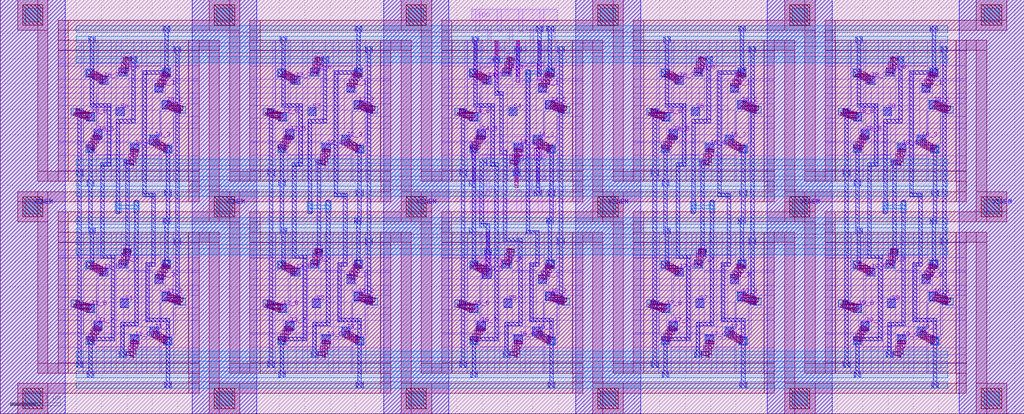
<source format=lef>
VERSION 5.7 ;
BUSBITCHARS "[]" ;
DIVIDERCHAR "/" ;


MANUFACTURINGGRID 0.005 ;

MACRO nem_ohmux_invd0_10i_8b
  CLASS COVER ;
  ORIGIN 0 0 ;
  FOREIGN nem_ohmux_invd0_10i_8b 0 0 ;
  SIZE 20.18 BY 8.16 ;
  SITE core ;
  SYMMETRY X Y R90 ;
  PIN I0_0
    DIRECTION INPUT ;
    USE SIGNAL ;
    PORT
      LAYER M7 ;
        RECT 2.34 6.65 2.51 6.82 ;
    END
  END I0_0
  PIN I0_7
    DIRECTION INPUT ;
    USE SIGNAL ;
    PORT
      LAYER M7 ;
        RECT 1.95 6.49 2.12 6.66 ;
    END
  END I0_7
  PIN I0_1
    DIRECTION INPUT ;
    USE SIGNAL ;
    PORT
      LAYER M7 ;
        RECT 3.045 6.34 3.215 6.51 ;
    END
  END I0_1
  PIN I0_2
    DIRECTION INPUT ;
    USE SIGNAL ;
    PORT
      LAYER M7 ;
        RECT 3.185 6.01 3.355 6.18 ;
    END
  END I0_2
  PIN I0_3
    DIRECTION INPUT ;
    USE SIGNAL ;
    PORT
      LAYER M7 ;
        RECT 2.95 5.315 3.12 5.485 ;
    END
  END I0_3
  PIN I0_4
    DIRECTION INPUT ;
    USE SIGNAL ;
    PORT
      LAYER M7 ;
        RECT 2.56 5.16 2.73 5.33 ;
    END
  END I0_4
  PIN I0_5
    DIRECTION INPUT ;
    USE SIGNAL ;
    PORT
      LAYER M7 ;
        RECT 1.84 5.435 2.01 5.605 ;
    END
  END I0_5
  PIN I0_6
    DIRECTION INPUT ;
    USE SIGNAL ;
    PORT
      LAYER M7 ;
        RECT 1.695 5.775 1.865 5.945 ;
    END
  END I0_6
  PIN S0
    DIRECTION INPUT ;
    USE SIGNAL ;
    PORT
      LAYER M7 ;
        RECT 2.28 5.875 2.45 6.045 ;
    END
  END S0
  PIN ZN_7
    DIRECTION OUTPUT ;
    USE SIGNAL ;
    PORT
      LAYER M1 ;
        RECT 9.535 7.565 9.68 7.645 ;
        RECT 9.61 6.815 9.68 7.645 ;
        RECT 9.535 6.815 9.68 6.895 ;
    END
  END ZN_7
  PIN ZN_2
    DIRECTION OUTPUT ;
    USE SIGNAL ;
    PORT
      LAYER M1 ;
        RECT 10.375 7.565 10.52 7.645 ;
        RECT 10.45 6.815 10.52 7.645 ;
        RECT 10.375 6.815 10.52 6.895 ;
    END
  END ZN_2
  PIN ZN_0
    DIRECTION OUTPUT ;
    USE SIGNAL ;
    PORT
      LAYER M1 ;
        RECT 9.955 7.565 10.1 7.645 ;
        RECT 10.03 6.815 10.1 7.645 ;
        RECT 9.955 6.815 10.1 6.895 ;
    END
  END ZN_0
  PIN ZN_1
    DIRECTION OUTPUT ;
    USE SIGNAL ;
    PORT
      LAYER M1 ;
        RECT 10.795 7.565 10.94 7.645 ;
        RECT 10.87 6.815 10.94 7.645 ;
        RECT 10.795 6.815 10.94 6.895 ;
    END
  END ZN_1
  PIN ZN_3
    DIRECTION OUTPUT ;
    USE SIGNAL ;
    PORT
      LAYER M1 ;
        RECT 10.765 5.045 10.91 5.125 ;
        RECT 10.84 4.295 10.91 5.125 ;
        RECT 10.765 4.295 10.91 4.375 ;
    END
  END ZN_3
  PIN ZN_4
    DIRECTION OUTPUT ;
    USE SIGNAL ;
    PORT
      LAYER M1 ;
        RECT 9.3 3.785 9.445 3.865 ;
        RECT 9.3 3.035 9.445 3.115 ;
        RECT 9.3 3.035 9.37 3.865 ;
    END
  END ZN_4
  PIN ZN_6
    DIRECTION OUTPUT ;
    USE SIGNAL ;
    PORT
      LAYER M1 ;
        RECT 10.345 5.045 10.49 5.125 ;
        RECT 10.42 4.295 10.49 5.125 ;
        RECT 10.345 4.295 10.49 4.375 ;
    END
  END ZN_6
  PIN ZN_5
    DIRECTION OUTPUT ;
    USE SIGNAL ;
    PORT
      LAYER M1 ;
        RECT 9.505 5.045 9.65 5.125 ;
        RECT 9.58 4.295 9.65 5.125 ;
        RECT 9.505 4.295 9.65 4.375 ;
    END
  END ZN_5
  PIN I1_3
    DIRECTION INPUT ;
    USE SIGNAL ;
    PORT
      LAYER M7 ;
        RECT 3.045 2.56 3.215 2.73 ;
    END
  END I1_3
  PIN I1_4
    DIRECTION INPUT ;
    USE SIGNAL ;
    PORT
      LAYER M7 ;
        RECT 2.34 2.87 2.51 3.04 ;
    END
  END I1_4
  PIN I1_1
    DIRECTION INPUT ;
    USE SIGNAL ;
    PORT
      LAYER M7 ;
        RECT 2.95 1.535 3.12 1.705 ;
    END
  END I1_1
  PIN I1_7
    DIRECTION INPUT ;
    USE SIGNAL ;
    PORT
      LAYER M7 ;
        RECT 1.84 1.655 2.01 1.825 ;
    END
  END I1_7
  PIN S1
    DIRECTION INPUT ;
    USE SIGNAL ;
    PORT
      LAYER M7 ;
        RECT 2.365 2.095 2.535 2.265 ;
    END
  END S1
  PIN I1_6
    DIRECTION INPUT ;
    USE SIGNAL ;
    PORT
      LAYER M7 ;
        RECT 1.695 1.995 1.865 2.165 ;
    END
  END I1_6
  PIN I1_2
    DIRECTION INPUT ;
    USE SIGNAL ;
    PORT
      LAYER M7 ;
        RECT 3.185 2.23 3.355 2.4 ;
    END
  END I1_2
  PIN I1_5
    DIRECTION INPUT ;
    USE SIGNAL ;
    PORT
      LAYER M7 ;
        RECT 1.95 2.71 2.12 2.88 ;
    END
  END I1_5
  PIN I1_0
    DIRECTION INPUT ;
    USE SIGNAL ;
    PORT
      LAYER M7 ;
        RECT 2.56 1.38 2.73 1.55 ;
    END
  END I1_0
  PIN VSNEM
    DIRECTION INOUT ;
    USE GROUND ;
    SHAPE ABUTMENT ;
    PORT
      LAYER M8 ;
        RECT 0 0 1.28 8.16 ;
    END
    PORT
      LAYER M8 ;
        RECT 3.78 0 5.06 8.16 ;
    END
    PORT
      LAYER M8 ;
        RECT 7.56 0 8.84 8.16 ;
    END
    PORT
      LAYER M8 ;
        RECT 11.34 0 12.62 8.16 ;
    END
    PORT
      LAYER M8 ;
        RECT 15.12 0 16.4 8.16 ;
    END
    PORT
      LAYER M8 ;
        RECT 18.9 0 20.18 8.16 ;
    END
  END VSNEM
  PIN VDD
    DIRECTION INOUT ;
    USE POWER ;
    SHAPE ABUTMENT ;
    PORT
      LAYER M1 ;
        RECT 9.265 2.705 9.685 2.935 ;
        RECT 9.525 2.705 9.605 3.145 ;
    END
    PORT
      LAYER M1 ;
        RECT 9.265 5.225 10.945 5.455 ;
        RECT 10.605 5.015 10.685 5.455 ;
        RECT 10.185 5.015 10.265 5.455 ;
        RECT 9.345 5.015 9.425 5.455 ;
    END
    PORT
      LAYER M1 ;
        RECT 9.295 7.745 10.975 7.975 ;
        RECT 10.635 7.535 10.715 7.975 ;
        RECT 10.215 7.535 10.295 7.975 ;
        RECT 9.795 7.535 9.875 7.975 ;
        RECT 9.375 7.535 9.455 7.975 ;
    END
  END VDD
  PIN VSS
    DIRECTION INOUT ;
    USE GROUND ;
    SHAPE ABUTMENT ;
    PORT
      LAYER M1 ;
        RECT 9.265 3.965 10.945 4.195 ;
        RECT 10.605 3.965 10.685 4.405 ;
        RECT 10.185 3.965 10.265 4.405 ;
        RECT 9.525 3.755 9.605 4.195 ;
        RECT 9.345 3.965 9.425 4.405 ;
    END
    PORT
      LAYER M1 ;
        RECT 9.295 6.485 10.975 6.715 ;
        RECT 10.635 6.485 10.715 6.925 ;
        RECT 10.215 6.485 10.295 6.925 ;
        RECT 9.795 6.485 9.875 6.925 ;
        RECT 9.375 6.485 9.455 6.925 ;
    END
  END VSS
  PIN I2_7
    DIRECTION INPUT ;
    USE SIGNAL ;
    PORT
      LAYER M7 ;
        RECT 5.73 6.49 5.9 6.66 ;
    END
  END I2_7
  PIN I2_0
    DIRECTION INPUT ;
    USE SIGNAL ;
    PORT
      LAYER M7 ;
        RECT 6.12 6.65 6.29 6.82 ;
    END
  END I2_0
  PIN I3_4
    DIRECTION INPUT ;
    USE SIGNAL ;
    PORT
      LAYER M7 ;
        RECT 6.12 2.87 6.29 3.04 ;
    END
  END I3_4
  PIN I3_6
    DIRECTION INPUT ;
    USE SIGNAL ;
    PORT
      LAYER M7 ;
        RECT 5.475 1.995 5.645 2.165 ;
    END
  END I3_6
  PIN I3_1
    DIRECTION INPUT ;
    USE SIGNAL ;
    PORT
      LAYER M7 ;
        RECT 6.73 1.535 6.9 1.705 ;
    END
  END I3_1
  PIN I2_1
    DIRECTION INPUT ;
    USE SIGNAL ;
    PORT
      LAYER M7 ;
        RECT 6.825 6.34 6.995 6.51 ;
    END
  END I2_1
  PIN I2_2
    DIRECTION INPUT ;
    USE SIGNAL ;
    PORT
      LAYER M7 ;
        RECT 6.965 6.01 7.135 6.18 ;
    END
  END I2_2
  PIN I2_3
    DIRECTION INPUT ;
    USE SIGNAL ;
    PORT
      LAYER M7 ;
        RECT 6.73 5.315 6.9 5.485 ;
    END
  END I2_3
  PIN I2_4
    DIRECTION INPUT ;
    USE SIGNAL ;
    PORT
      LAYER M7 ;
        RECT 6.34 5.16 6.51 5.33 ;
    END
  END I2_4
  PIN I3_3
    DIRECTION INPUT ;
    USE SIGNAL ;
    PORT
      LAYER M7 ;
        RECT 6.825 2.56 6.995 2.73 ;
    END
  END I3_3
  PIN I2_5
    DIRECTION INPUT ;
    USE SIGNAL ;
    PORT
      LAYER M7 ;
        RECT 5.62 5.435 5.79 5.605 ;
    END
  END I2_5
  PIN I3_2
    DIRECTION INPUT ;
    USE SIGNAL ;
    PORT
      LAYER M7 ;
        RECT 6.965 2.23 7.135 2.4 ;
    END
  END I3_2
  PIN I3_0
    DIRECTION INPUT ;
    USE SIGNAL ;
    PORT
      LAYER M7 ;
        RECT 6.34 1.38 6.51 1.55 ;
    END
  END I3_0
  PIN I3_5
    DIRECTION INPUT ;
    USE SIGNAL ;
    PORT
      LAYER M7 ;
        RECT 5.73 2.71 5.9 2.88 ;
    END
  END I3_5
  PIN S3
    DIRECTION INPUT ;
    USE SIGNAL ;
    PORT
      LAYER M7 ;
        RECT 6.145 2.095 6.315 2.265 ;
    END
  END S3
  PIN I2_6
    DIRECTION INPUT ;
    USE SIGNAL ;
    PORT
      LAYER M7 ;
        RECT 5.475 5.775 5.645 5.945 ;
    END
  END I2_6
  PIN I3_7
    DIRECTION INPUT ;
    USE SIGNAL ;
    PORT
      LAYER M7 ;
        RECT 5.62 1.655 5.79 1.825 ;
    END
  END I3_7
  PIN S2
    DIRECTION INPUT ;
    USE SIGNAL ;
    PORT
      LAYER M7 ;
        RECT 6.06 5.875 6.23 6.045 ;
    END
  END S2
  PIN I4_6
    DIRECTION INPUT ;
    USE SIGNAL ;
    PORT
      LAYER M7 ;
        RECT 9.245 5.775 9.415 5.945 ;
    END
  END I4_6
  PIN I4_5
    DIRECTION INPUT ;
    USE SIGNAL ;
    PORT
      LAYER M7 ;
        RECT 9.4 5.435 9.57 5.605 ;
    END
  END I4_5
  PIN I4_7
    DIRECTION INPUT ;
    USE SIGNAL ;
    PORT
      LAYER M7 ;
        RECT 9.51 6.49 9.68 6.66 ;
    END
  END I4_7
  PIN S4
    DIRECTION INPUT ;
    USE SIGNAL ;
    PORT
      LAYER M7 ;
        RECT 10.025 5.875 10.195 6.045 ;
    END
  END S4
  PIN I4_0
    DIRECTION INPUT ;
    USE SIGNAL ;
    PORT
      LAYER M7 ;
        RECT 9.9 6.65 10.07 6.82 ;
    END
  END I4_0
  PIN I4_4
    DIRECTION INPUT ;
    USE SIGNAL ;
    PORT
      LAYER M7 ;
        RECT 10.135 5.165 10.305 5.335 ;
    END
  END I4_4
  PIN I4_3
    DIRECTION INPUT ;
    USE SIGNAL ;
    PORT
      LAYER M7 ;
        RECT 10.51 5.315 10.68 5.485 ;
    END
  END I4_3
  PIN I4_1
    DIRECTION INPUT ;
    USE SIGNAL ;
    PORT
      LAYER M7 ;
        RECT 10.605 6.34 10.775 6.51 ;
    END
  END I4_1
  PIN I4_2
    DIRECTION INPUT ;
    USE SIGNAL ;
    PORT
      LAYER M7 ;
        RECT 10.755 6.01 10.925 6.18 ;
    END
  END I4_2
  PIN I5_6
    DIRECTION INPUT ;
    USE SIGNAL ;
    PORT
      LAYER M7 ;
        RECT 9.24 1.995 9.41 2.165 ;
    END
  END I5_6
  PIN I5_7
    DIRECTION INPUT ;
    USE SIGNAL ;
    PORT
      LAYER M7 ;
        RECT 9.39 1.655 9.56 1.825 ;
    END
  END I5_7
  PIN I5_5
    DIRECTION INPUT ;
    USE SIGNAL ;
    PORT
      LAYER M7 ;
        RECT 9.505 2.67 9.675 2.84 ;
    END
  END I5_5
  PIN I5_4
    DIRECTION INPUT ;
    USE SIGNAL ;
    PORT
      LAYER M7 ;
        RECT 9.875 2.87 10.045 3.04 ;
    END
  END I5_4
  PIN I5_0
    DIRECTION INPUT ;
    USE SIGNAL ;
    PORT
      LAYER M7 ;
        RECT 10.13 1.38 10.3 1.55 ;
    END
  END I5_0
  PIN I5_1
    DIRECTION INPUT ;
    USE SIGNAL ;
    PORT
      LAYER M7 ;
        RECT 10.485 1.535 10.655 1.705 ;
    END
  END I5_1
  PIN I5_3
    DIRECTION INPUT ;
    USE SIGNAL ;
    PORT
      LAYER M7 ;
        RECT 10.605 2.56 10.775 2.73 ;
    END
  END I5_3
  PIN I5_2
    DIRECTION INPUT ;
    USE SIGNAL ;
    PORT
      LAYER M7 ;
        RECT 10.755 2.23 10.925 2.4 ;
    END
  END I5_2
  PIN S5
    DIRECTION INPUT ;
    USE SIGNAL ;
    PORT
      LAYER M7 ;
        RECT 9.925 2.095 10.095 2.265 ;
    END
  END S5
  PIN I6_6
    DIRECTION INPUT ;
    USE SIGNAL ;
    PORT
      LAYER M7 ;
        RECT 13.035 5.775 13.205 5.945 ;
    END
  END I6_6
  PIN I6_5
    DIRECTION INPUT ;
    USE SIGNAL ;
    PORT
      LAYER M7 ;
        RECT 13.18 5.435 13.35 5.605 ;
    END
  END I6_5
  PIN I6_7
    DIRECTION INPUT ;
    USE SIGNAL ;
    PORT
      LAYER M7 ;
        RECT 13.29 6.49 13.46 6.66 ;
    END
  END I6_7
  PIN S6
    DIRECTION INPUT ;
    USE SIGNAL ;
    PORT
      LAYER M7 ;
        RECT 13.62 5.875 13.79 6.045 ;
    END
  END S6
  PIN I6_0
    DIRECTION INPUT ;
    USE SIGNAL ;
    PORT
      LAYER M7 ;
        RECT 13.68 6.65 13.85 6.82 ;
    END
  END I6_0
  PIN I6_4
    DIRECTION INPUT ;
    USE SIGNAL ;
    PORT
      LAYER M7 ;
        RECT 13.9 5.16 14.07 5.33 ;
    END
  END I6_4
  PIN I6_3
    DIRECTION INPUT ;
    USE SIGNAL ;
    PORT
      LAYER M7 ;
        RECT 14.29 5.315 14.46 5.485 ;
    END
  END I6_3
  PIN I6_1
    DIRECTION INPUT ;
    USE SIGNAL ;
    PORT
      LAYER M7 ;
        RECT 14.385 6.34 14.555 6.51 ;
    END
  END I6_1
  PIN I6_2
    DIRECTION INPUT ;
    USE SIGNAL ;
    PORT
      LAYER M7 ;
        RECT 14.525 6.01 14.695 6.18 ;
    END
  END I6_2
  PIN I7_6
    DIRECTION INPUT ;
    USE SIGNAL ;
    PORT
      LAYER M7 ;
        RECT 13.035 1.995 13.205 2.165 ;
    END
  END I7_6
  PIN I7_7
    DIRECTION INPUT ;
    USE SIGNAL ;
    PORT
      LAYER M7 ;
        RECT 13.18 1.655 13.35 1.825 ;
    END
  END I7_7
  PIN I7_5
    DIRECTION INPUT ;
    USE SIGNAL ;
    PORT
      LAYER M7 ;
        RECT 13.29 2.71 13.46 2.88 ;
    END
  END I7_5
  PIN I7_4
    DIRECTION INPUT ;
    USE SIGNAL ;
    PORT
      LAYER M7 ;
        RECT 13.68 2.87 13.85 3.04 ;
    END
  END I7_4
  PIN S7
    DIRECTION INPUT ;
    USE SIGNAL ;
    PORT
      LAYER M7 ;
        RECT 13.705 2.095 13.875 2.265 ;
    END
  END S7
  PIN I7_0
    DIRECTION INPUT ;
    USE SIGNAL ;
    PORT
      LAYER M7 ;
        RECT 13.9 1.38 14.07 1.55 ;
    END
  END I7_0
  PIN I7_1
    DIRECTION INPUT ;
    USE SIGNAL ;
    PORT
      LAYER M7 ;
        RECT 14.29 1.535 14.46 1.705 ;
    END
  END I7_1
  PIN I7_3
    DIRECTION INPUT ;
    USE SIGNAL ;
    PORT
      LAYER M7 ;
        RECT 14.385 2.56 14.555 2.73 ;
    END
  END I7_3
  PIN I7_2
    DIRECTION INPUT ;
    USE SIGNAL ;
    PORT
      LAYER M7 ;
        RECT 14.525 2.23 14.695 2.4 ;
    END
  END I7_2
  PIN I9_1
    DIRECTION INPUT ;
    USE SIGNAL ;
    PORT
      LAYER M7 ;
        RECT 18.07 1.535 18.24 1.705 ;
    END
  END I9_1
  PIN I9_0
    DIRECTION INPUT ;
    USE SIGNAL ;
    PORT
      LAYER M7 ;
        RECT 17.68 1.38 17.85 1.55 ;
    END
  END I9_0
  PIN S9
    DIRECTION INPUT ;
    USE SIGNAL ;
    PORT
      LAYER M7 ;
        RECT 17.485 2.095 17.655 2.265 ;
    END
  END S9
  PIN I9_4
    DIRECTION INPUT ;
    USE SIGNAL ;
    PORT
      LAYER M7 ;
        RECT 17.46 2.87 17.63 3.04 ;
    END
  END I9_4
  PIN I9_5
    DIRECTION INPUT ;
    USE SIGNAL ;
    PORT
      LAYER M7 ;
        RECT 17.07 2.71 17.24 2.88 ;
    END
  END I9_5
  PIN I9_7
    DIRECTION INPUT ;
    USE SIGNAL ;
    PORT
      LAYER M7 ;
        RECT 16.96 1.655 17.13 1.825 ;
    END
  END I9_7
  PIN I9_6
    DIRECTION INPUT ;
    USE SIGNAL ;
    PORT
      LAYER M7 ;
        RECT 16.815 1.995 16.985 2.165 ;
    END
  END I9_6
  PIN I8_2
    DIRECTION INPUT ;
    USE SIGNAL ;
    PORT
      LAYER M7 ;
        RECT 18.305 6.01 18.475 6.18 ;
    END
  END I8_2
  PIN I8_1
    DIRECTION INPUT ;
    USE SIGNAL ;
    PORT
      LAYER M7 ;
        RECT 18.165 6.34 18.335 6.51 ;
    END
  END I8_1
  PIN I9_2
    DIRECTION INPUT ;
    USE SIGNAL ;
    PORT
      LAYER M7 ;
        RECT 18.305 2.23 18.475 2.4 ;
    END
  END I9_2
  PIN I9_3
    DIRECTION INPUT ;
    USE SIGNAL ;
    PORT
      LAYER M7 ;
        RECT 18.165 2.56 18.335 2.73 ;
    END
  END I9_3
  PIN I8_3
    DIRECTION INPUT ;
    USE SIGNAL ;
    PORT
      LAYER M7 ;
        RECT 18.07 5.315 18.24 5.485 ;
    END
  END I8_3
  PIN I8_4
    DIRECTION INPUT ;
    USE SIGNAL ;
    PORT
      LAYER M7 ;
        RECT 17.68 5.16 17.85 5.33 ;
    END
  END I8_4
  PIN I8_0
    DIRECTION INPUT ;
    USE SIGNAL ;
    PORT
      LAYER M7 ;
        RECT 17.46 6.65 17.63 6.82 ;
    END
  END I8_0
  PIN S8
    DIRECTION INPUT ;
    USE SIGNAL ;
    PORT
      LAYER M7 ;
        RECT 17.4 5.875 17.57 6.045 ;
    END
  END S8
  PIN I8_7
    DIRECTION INPUT ;
    USE SIGNAL ;
    PORT
      LAYER M7 ;
        RECT 17.07 6.49 17.24 6.66 ;
    END
  END I8_7
  PIN I8_5
    DIRECTION INPUT ;
    USE SIGNAL ;
    PORT
      LAYER M7 ;
        RECT 16.96 5.435 17.13 5.605 ;
    END
  END I8_5
  PIN I8_6
    DIRECTION INPUT ;
    USE SIGNAL ;
    PORT
      LAYER M7 ;
        RECT 16.815 5.775 16.985 5.945 ;
    END
  END I8_6
  OBS
    LAYER OVERLAP ;
      RECT 0 0 20.18 8.16 ;
    LAYER M1 ;
      RECT 10.59 7.095 10.66 7.365 ;
      RECT 10.59 7.145 10.795 7.215 ;
      RECT 10.56 4.575 10.63 4.845 ;
      RECT 10.56 4.625 10.765 4.695 ;
      RECT 10.17 7.095 10.24 7.365 ;
      RECT 10.17 7.145 10.375 7.215 ;
      RECT 10.14 4.575 10.21 4.845 ;
      RECT 10.14 4.625 10.345 4.695 ;
      RECT 9.75 7.095 9.82 7.365 ;
      RECT 9.75 7.145 9.955 7.215 ;
      RECT 9.58 3.315 9.65 3.585 ;
      RECT 9.445 3.465 9.65 3.535 ;
      RECT 9.33 7.095 9.4 7.365 ;
      RECT 9.33 7.145 9.535 7.215 ;
      RECT 9.3 4.575 9.37 4.845 ;
      RECT 9.3 4.625 9.505 4.695 ;
    LAYER M2 ;
      RECT 10.59 6.975 10.66 7.365 ;
      RECT 10.56 4.455 10.63 4.845 ;
      RECT 10.17 6.975 10.24 7.365 ;
      RECT 10.14 4.455 10.21 4.845 ;
      RECT 9.75 6.975 9.82 7.365 ;
      RECT 9.58 3.195 9.65 3.585 ;
      RECT 9.33 6.975 9.4 7.365 ;
      RECT 9.3 4.455 9.37 4.845 ;
    LAYER M3 ;
      RECT 10.59 6.975 10.66 7.365 ;
      RECT 10.56 4.455 10.63 4.845 ;
      RECT 10.17 6.975 10.24 7.365 ;
      RECT 10.14 4.455 10.21 4.845 ;
      RECT 9.75 6.975 9.82 7.365 ;
      RECT 9.58 3.195 9.65 3.585 ;
      RECT 9.33 6.975 9.4 7.365 ;
      RECT 9.3 4.455 9.37 4.845 ;
    LAYER M4 ;
      RECT 10.59 6.975 10.66 7.365 ;
      RECT 10.56 4.455 10.63 4.845 ;
      RECT 10.17 6.975 10.24 7.365 ;
      RECT 10.14 4.455 10.21 4.845 ;
      RECT 9.75 6.975 9.82 7.365 ;
      RECT 9.58 3.195 9.65 3.585 ;
      RECT 9.33 6.975 9.4 7.365 ;
      RECT 9.3 4.455 9.37 4.845 ;
    LAYER M5 ;
      RECT 10.59 6.975 10.66 7.365 ;
      RECT 10.56 4.455 10.63 4.845 ;
      RECT 10.17 6.975 10.24 7.365 ;
      RECT 10.14 4.455 10.21 4.845 ;
      RECT 9.75 6.975 9.82 7.365 ;
      RECT 9.58 3.195 9.65 3.585 ;
      RECT 9.33 6.975 9.4 7.365 ;
      RECT 9.3 4.455 9.37 4.845 ;
    LAYER M6 ;
      RECT 10.59 6.65 10.66 7.365 ;
      RECT 10.56 4.575 10.63 5.255 ;
      RECT 10.17 6.65 10.24 7.365 ;
      RECT 10.14 4.575 10.21 5.105 ;
      RECT 9.75 6.65 9.82 7.365 ;
      RECT 9.58 2.91 9.65 3.585 ;
      RECT 9.33 6.65 9.4 7.365 ;
      RECT 9.3 4.575 9.37 5.365 ;
    LAYER M7 ;
      RECT 10.53 4.995 10.665 5.235 ;
      RECT 10.585 6.58 10.665 6.92 ;
      RECT 10.045 4.99 10.31 5.095 ;
      RECT 10.17 6.53 10.24 6.92 ;
      RECT 9.75 6.53 9.82 6.92 ;
      RECT 9.56 2.91 9.67 3.17 ;
      RECT 9.33 6.53 9.4 6.92 ;
      RECT 9.295 5.025 9.375 5.365 ;
    LAYER M8 ;
      RECT 18.545 7.115 18.675 7.245 ;
      RECT 18.575 2.15 18.645 7.245 ;
      RECT 18.545 5.93 18.675 6.06 ;
      RECT 18.545 3.335 18.675 3.465 ;
      RECT 18.545 2.15 18.675 2.28 ;
      RECT 18.335 7.515 18.465 7.645 ;
      RECT 18.365 6.665 18.435 7.645 ;
      RECT 18.335 6.665 18.465 6.795 ;
      RECT 17.925 6.695 18.465 6.765 ;
      RECT 17.925 4.28 17.995 6.765 ;
      RECT 17.925 4.28 18.175 4.35 ;
      RECT 18.105 2.905 18.175 4.35 ;
      RECT 17.99 2.905 18.175 2.975 ;
      RECT 17.99 1.81 18.06 2.975 ;
      RECT 17.99 1.81 18.46 1.88 ;
      RECT 18.39 0.505 18.46 1.88 ;
      RECT 18.36 1.37 18.49 1.5 ;
      RECT 18.36 0.505 18.49 0.635 ;
      RECT 18.36 5.15 18.49 5.28 ;
      RECT 18.39 3.735 18.46 5.28 ;
      RECT 18.36 4.285 18.49 4.415 ;
      RECT 18.33 3.735 18.46 3.865 ;
      RECT 18.365 2.885 18.435 3.865 ;
      RECT 18.335 2.885 18.465 3.015 ;
      RECT 17.77 1.735 17.84 4.21 ;
      RECT 17.495 1.735 17.84 1.805 ;
      RECT 17.495 1.105 17.565 1.805 ;
      RECT 17.465 1.105 17.595 1.235 ;
      RECT 17.68 6.915 17.81 7.045 ;
      RECT 17.71 5.73 17.78 7.045 ;
      RECT 17.41 5.73 17.78 5.8 ;
      RECT 17.41 3.94 17.48 5.8 ;
      RECT 17.56 4.885 17.69 5.015 ;
      RECT 17.59 3.135 17.66 5.015 ;
      RECT 17.56 3.135 17.69 3.265 ;
      RECT 16.86 7.315 16.99 7.445 ;
      RECT 16.89 6.04 16.96 7.445 ;
      RECT 16.82 6.65 16.96 6.78 ;
      RECT 16.89 6.04 17.295 6.11 ;
      RECT 17.225 4.88 17.295 6.11 ;
      RECT 17.1 4.88 17.295 4.95 ;
      RECT 17.1 3.06 17.17 4.95 ;
      RECT 17.1 3.06 17.38 3.13 ;
      RECT 17.31 1.44 17.38 3.13 ;
      RECT 16.83 1.44 17.38 1.51 ;
      RECT 16.83 1.38 16.96 1.51 ;
      RECT 16.86 0.705 16.93 1.51 ;
      RECT 16.83 0.705 16.96 0.835 ;
      RECT 16.83 5.16 16.96 5.29 ;
      RECT 16.86 3.535 16.93 5.29 ;
      RECT 16.83 4.485 16.96 4.615 ;
      RECT 16.86 3.535 16.99 3.665 ;
      RECT 16.89 2.87 16.96 3.665 ;
      RECT 16.82 2.87 16.96 3 ;
      RECT 16.615 5.89 16.745 6.02 ;
      RECT 16.645 0.905 16.715 6.02 ;
      RECT 16.615 4.685 16.745 4.815 ;
      RECT 16.615 2.11 16.745 2.24 ;
      RECT 16.615 0.905 16.745 1.035 ;
      RECT 14.765 7.115 14.895 7.245 ;
      RECT 14.795 2.15 14.865 7.245 ;
      RECT 14.765 5.93 14.895 6.06 ;
      RECT 14.765 3.335 14.895 3.465 ;
      RECT 14.765 2.15 14.895 2.28 ;
      RECT 14.555 7.515 14.685 7.645 ;
      RECT 14.585 6.665 14.655 7.645 ;
      RECT 14.555 6.665 14.685 6.795 ;
      RECT 14.145 6.695 14.685 6.765 ;
      RECT 14.145 4.28 14.215 6.765 ;
      RECT 14.145 4.28 14.395 4.35 ;
      RECT 14.325 2.905 14.395 4.35 ;
      RECT 14.21 2.905 14.395 2.975 ;
      RECT 14.21 1.81 14.28 2.975 ;
      RECT 14.21 1.81 14.68 1.88 ;
      RECT 14.61 0.505 14.68 1.88 ;
      RECT 14.58 1.37 14.71 1.5 ;
      RECT 14.58 0.505 14.71 0.635 ;
      RECT 14.58 5.15 14.71 5.28 ;
      RECT 14.61 3.735 14.68 5.28 ;
      RECT 14.58 4.285 14.71 4.415 ;
      RECT 14.55 3.735 14.68 3.865 ;
      RECT 14.585 2.885 14.655 3.865 ;
      RECT 14.555 2.885 14.685 3.015 ;
      RECT 13.99 1.735 14.06 4.21 ;
      RECT 13.715 1.735 14.06 1.805 ;
      RECT 13.715 1.105 13.785 1.805 ;
      RECT 13.685 1.105 13.815 1.235 ;
      RECT 13.9 6.915 14.03 7.045 ;
      RECT 13.93 5.73 14 7.045 ;
      RECT 13.63 5.73 14 5.8 ;
      RECT 13.63 3.94 13.7 5.8 ;
      RECT 13.78 4.885 13.91 5.015 ;
      RECT 13.81 3.135 13.88 5.015 ;
      RECT 13.78 3.135 13.91 3.265 ;
      RECT 13.08 7.315 13.21 7.445 ;
      RECT 13.11 6.04 13.18 7.445 ;
      RECT 13.04 6.65 13.18 6.78 ;
      RECT 13.11 6.04 13.515 6.11 ;
      RECT 13.445 4.88 13.515 6.11 ;
      RECT 13.32 4.88 13.515 4.95 ;
      RECT 13.32 3.06 13.39 4.95 ;
      RECT 13.32 3.06 13.6 3.13 ;
      RECT 13.53 1.44 13.6 3.13 ;
      RECT 13.05 1.44 13.6 1.51 ;
      RECT 13.05 1.38 13.18 1.51 ;
      RECT 13.08 0.705 13.15 1.51 ;
      RECT 13.05 0.705 13.18 0.835 ;
      RECT 13.05 5.16 13.18 5.29 ;
      RECT 13.08 3.535 13.15 5.29 ;
      RECT 13.05 4.485 13.18 4.615 ;
      RECT 13.08 3.535 13.21 3.665 ;
      RECT 13.11 2.87 13.18 3.665 ;
      RECT 13.04 2.87 13.18 3 ;
      RECT 12.835 5.89 12.965 6.02 ;
      RECT 12.865 0.905 12.935 6.02 ;
      RECT 12.835 4.685 12.965 4.815 ;
      RECT 12.835 2.11 12.965 2.24 ;
      RECT 12.835 0.905 12.965 1.035 ;
      RECT 10.985 7.115 11.115 7.245 ;
      RECT 11.015 2.15 11.085 7.245 ;
      RECT 10.985 5.93 11.115 6.06 ;
      RECT 10.985 3.335 11.115 3.465 ;
      RECT 10.985 2.15 11.115 2.28 ;
      RECT 10.37 3.535 10.44 6.785 ;
      RECT 10.37 3.535 10.62 3.605 ;
      RECT 10.55 2.905 10.62 3.605 ;
      RECT 10.435 2.905 10.62 2.975 ;
      RECT 10.435 1.81 10.505 2.975 ;
      RECT 10.435 1.81 10.9 1.88 ;
      RECT 10.83 0.505 10.9 1.88 ;
      RECT 10.8 1.37 10.93 1.5 ;
      RECT 10.8 0.505 10.93 0.635 ;
      RECT 10.8 5.15 10.93 5.28 ;
      RECT 10.83 3.735 10.9 5.28 ;
      RECT 10.8 4.285 10.93 4.415 ;
      RECT 10.77 3.735 10.9 3.865 ;
      RECT 10.805 2.885 10.875 3.865 ;
      RECT 10.775 2.885 10.905 3.015 ;
      RECT 10.775 7.515 10.905 7.645 ;
      RECT 10.805 6.665 10.875 7.645 ;
      RECT 10.775 6.665 10.905 6.795 ;
      RECT 10.56 7.515 10.69 7.645 ;
      RECT 10.59 6.65 10.66 7.645 ;
      RECT 10.56 4.285 10.63 5.245 ;
      RECT 10.53 4.285 10.66 4.415 ;
      RECT 9.72 6.915 9.85 7.045 ;
      RECT 9.75 6.275 9.82 7.045 ;
      RECT 9.75 6.275 9.915 6.345 ;
      RECT 9.845 5.125 9.915 6.345 ;
      RECT 9.915 3.4 9.985 5.195 ;
      RECT 9.915 3.4 10.29 3.47 ;
      RECT 10.22 1.735 10.29 3.47 ;
      RECT 9.94 1.735 10.29 1.805 ;
      RECT 9.94 1.105 10.01 1.805 ;
      RECT 9.91 1.105 10.04 1.235 ;
      RECT 10.14 7.115 10.27 7.245 ;
      RECT 10.17 6.65 10.24 7.245 ;
      RECT 10.14 4.685 10.21 5.095 ;
      RECT 10.11 4.685 10.24 4.815 ;
      RECT 9.3 7.315 9.43 7.445 ;
      RECT 9.33 6.04 9.4 7.445 ;
      RECT 9.26 6.65 9.4 6.78 ;
      RECT 9.33 6.04 9.735 6.11 ;
      RECT 9.665 4.88 9.735 6.11 ;
      RECT 9.665 4.88 9.82 4.95 ;
      RECT 9.75 1.44 9.82 4.95 ;
      RECT 9.27 1.44 9.82 1.51 ;
      RECT 9.27 1.38 9.4 1.51 ;
      RECT 9.3 0.705 9.37 1.51 ;
      RECT 9.27 0.705 9.4 0.835 ;
      RECT 9.455 4.885 9.585 5.015 ;
      RECT 9.455 3.67 9.525 5.015 ;
      RECT 9.455 3.67 9.65 3.74 ;
      RECT 9.58 2.91 9.65 3.74 ;
      RECT 9.55 3.135 9.68 3.265 ;
      RECT 9.27 5.16 9.4 5.29 ;
      RECT 9.3 2.87 9.37 5.29 ;
      RECT 9.24 4.485 9.37 4.615 ;
      RECT 9.24 3.535 9.37 3.665 ;
      RECT 9.27 2.87 9.4 3 ;
      RECT 9.055 5.89 9.185 6.02 ;
      RECT 9.085 0.905 9.155 6.02 ;
      RECT 9.055 4.685 9.185 4.815 ;
      RECT 9.055 2.11 9.185 2.24 ;
      RECT 9.055 0.905 9.185 1.035 ;
      RECT 7.205 7.115 7.335 7.245 ;
      RECT 7.235 2.15 7.305 7.245 ;
      RECT 7.205 5.93 7.335 6.06 ;
      RECT 7.205 3.335 7.335 3.465 ;
      RECT 7.205 2.15 7.335 2.28 ;
      RECT 6.995 7.515 7.125 7.645 ;
      RECT 7.025 6.665 7.095 7.645 ;
      RECT 6.995 6.665 7.125 6.795 ;
      RECT 6.585 6.695 7.125 6.765 ;
      RECT 6.585 4.28 6.655 6.765 ;
      RECT 6.585 4.28 6.835 4.35 ;
      RECT 6.765 2.905 6.835 4.35 ;
      RECT 6.65 2.905 6.835 2.975 ;
      RECT 6.65 1.81 6.72 2.975 ;
      RECT 6.65 1.81 7.12 1.88 ;
      RECT 7.05 0.505 7.12 1.88 ;
      RECT 7.02 1.37 7.15 1.5 ;
      RECT 7.02 0.505 7.15 0.635 ;
      RECT 7.02 5.15 7.15 5.28 ;
      RECT 7.05 3.735 7.12 5.28 ;
      RECT 7.02 4.285 7.15 4.415 ;
      RECT 6.99 3.735 7.12 3.865 ;
      RECT 7.025 2.885 7.095 3.865 ;
      RECT 6.995 2.885 7.125 3.015 ;
      RECT 6.43 1.735 6.5 4.21 ;
      RECT 6.155 1.735 6.5 1.805 ;
      RECT 6.155 1.105 6.225 1.805 ;
      RECT 6.125 1.105 6.255 1.235 ;
      RECT 6.34 6.915 6.47 7.045 ;
      RECT 6.37 5.73 6.44 7.045 ;
      RECT 6.07 5.73 6.44 5.8 ;
      RECT 6.07 3.94 6.14 5.8 ;
      RECT 6.22 4.885 6.35 5.015 ;
      RECT 6.25 3.135 6.32 5.015 ;
      RECT 6.22 3.135 6.35 3.265 ;
      RECT 5.52 7.315 5.65 7.445 ;
      RECT 5.55 6.04 5.62 7.445 ;
      RECT 5.48 6.65 5.62 6.78 ;
      RECT 5.55 6.04 5.955 6.11 ;
      RECT 5.885 4.88 5.955 6.11 ;
      RECT 5.76 4.88 5.955 4.95 ;
      RECT 5.76 3.06 5.83 4.95 ;
      RECT 5.76 3.06 6.04 3.13 ;
      RECT 5.97 1.44 6.04 3.13 ;
      RECT 5.49 1.44 6.04 1.51 ;
      RECT 5.49 1.38 5.62 1.51 ;
      RECT 5.52 0.705 5.59 1.51 ;
      RECT 5.49 0.705 5.62 0.835 ;
      RECT 5.49 5.16 5.62 5.29 ;
      RECT 5.52 3.535 5.59 5.29 ;
      RECT 5.49 4.485 5.62 4.615 ;
      RECT 5.52 3.535 5.65 3.665 ;
      RECT 5.55 2.87 5.62 3.665 ;
      RECT 5.48 2.87 5.62 3 ;
      RECT 5.275 5.89 5.405 6.02 ;
      RECT 5.305 0.905 5.375 6.02 ;
      RECT 5.275 4.685 5.405 4.815 ;
      RECT 5.275 2.11 5.405 2.24 ;
      RECT 5.275 0.905 5.405 1.035 ;
      RECT 3.425 7.115 3.555 7.245 ;
      RECT 3.455 2.15 3.525 7.245 ;
      RECT 3.425 5.93 3.555 6.06 ;
      RECT 3.425 3.335 3.555 3.465 ;
      RECT 3.425 2.15 3.555 2.28 ;
      RECT 3.215 7.515 3.345 7.645 ;
      RECT 3.245 6.665 3.315 7.645 ;
      RECT 3.215 6.665 3.345 6.795 ;
      RECT 2.805 6.695 3.345 6.765 ;
      RECT 2.805 4.28 2.875 6.765 ;
      RECT 2.805 4.28 3.055 4.35 ;
      RECT 2.985 2.905 3.055 4.35 ;
      RECT 2.87 2.905 3.055 2.975 ;
      RECT 2.87 1.81 2.94 2.975 ;
      RECT 2.87 1.81 3.34 1.88 ;
      RECT 3.27 0.505 3.34 1.88 ;
      RECT 3.24 1.37 3.37 1.5 ;
      RECT 3.24 0.505 3.37 0.635 ;
      RECT 3.24 5.15 3.37 5.28 ;
      RECT 3.27 3.735 3.34 5.28 ;
      RECT 3.24 4.285 3.37 4.415 ;
      RECT 3.21 3.735 3.34 3.865 ;
      RECT 3.245 2.885 3.315 3.865 ;
      RECT 3.215 2.885 3.345 3.015 ;
      RECT 2.65 1.735 2.72 4.21 ;
      RECT 2.375 1.735 2.72 1.805 ;
      RECT 2.375 1.105 2.445 1.805 ;
      RECT 2.345 1.105 2.475 1.235 ;
      RECT 2.56 6.915 2.69 7.045 ;
      RECT 2.59 5.73 2.66 7.045 ;
      RECT 2.29 5.73 2.66 5.8 ;
      RECT 2.29 3.94 2.36 5.8 ;
      RECT 2.44 4.885 2.57 5.015 ;
      RECT 2.47 3.135 2.54 5.015 ;
      RECT 2.44 3.135 2.57 3.265 ;
      RECT 1.74 7.315 1.87 7.445 ;
      RECT 1.77 6.04 1.84 7.445 ;
      RECT 1.7 6.65 1.84 6.78 ;
      RECT 1.77 6.04 2.175 6.11 ;
      RECT 2.105 4.88 2.175 6.11 ;
      RECT 1.98 4.88 2.175 4.95 ;
      RECT 1.98 3.06 2.05 4.95 ;
      RECT 1.98 3.06 2.26 3.13 ;
      RECT 2.19 1.44 2.26 3.13 ;
      RECT 1.71 1.44 2.26 1.51 ;
      RECT 1.71 1.38 1.84 1.51 ;
      RECT 1.74 0.705 1.81 1.51 ;
      RECT 1.71 0.705 1.84 0.835 ;
      RECT 1.71 5.16 1.84 5.29 ;
      RECT 1.74 3.535 1.81 5.29 ;
      RECT 1.71 4.485 1.84 4.615 ;
      RECT 1.74 3.535 1.87 3.665 ;
      RECT 1.77 2.87 1.84 3.665 ;
      RECT 1.7 2.87 1.84 3 ;
      RECT 1.495 5.89 1.625 6.02 ;
      RECT 1.525 0.905 1.595 6.02 ;
      RECT 1.495 4.685 1.625 4.815 ;
      RECT 1.495 2.11 1.625 2.24 ;
      RECT 1.495 0.905 1.625 1.035 ;
      RECT 18.305 2.22 18.475 2.39 ;
      RECT 18.305 6.005 18.475 6.175 ;
      RECT 18.165 2.58 18.335 2.75 ;
      RECT 18.165 6.345 18.335 6.515 ;
      RECT 18.07 1.535 18.24 1.705 ;
      RECT 18.07 5.315 18.24 5.485 ;
      RECT 17.68 1.385 17.85 1.555 ;
      RECT 17.68 5.165 17.85 5.335 ;
      RECT 17.485 2.09 17.655 2.26 ;
      RECT 17.46 2.87 17.63 3.04 ;
      RECT 17.46 6.65 17.63 6.82 ;
      RECT 17.4 5.87 17.57 6.04 ;
      RECT 17.07 2.71 17.24 2.88 ;
      RECT 17.07 6.49 17.24 6.66 ;
      RECT 16.96 1.635 17.13 1.805 ;
      RECT 16.96 5.415 17.13 5.585 ;
      RECT 16.815 1.99 16.985 2.16 ;
      RECT 16.815 5.77 16.985 5.94 ;
      RECT 14.525 2.22 14.695 2.39 ;
      RECT 14.525 6.005 14.695 6.175 ;
      RECT 14.385 2.58 14.555 2.75 ;
      RECT 14.385 6.345 14.555 6.515 ;
      RECT 14.29 1.535 14.46 1.705 ;
      RECT 14.29 5.315 14.46 5.485 ;
      RECT 13.9 1.385 14.07 1.555 ;
      RECT 13.9 5.165 14.07 5.335 ;
      RECT 13.705 2.09 13.875 2.26 ;
      RECT 13.68 2.87 13.85 3.04 ;
      RECT 13.68 6.65 13.85 6.82 ;
      RECT 13.62 5.87 13.79 6.04 ;
      RECT 13.29 2.71 13.46 2.88 ;
      RECT 13.29 6.49 13.46 6.66 ;
      RECT 13.18 1.635 13.35 1.805 ;
      RECT 13.18 5.415 13.35 5.585 ;
      RECT 13.035 1.99 13.205 2.16 ;
      RECT 13.035 5.77 13.205 5.94 ;
      RECT 10.745 2.225 10.915 2.395 ;
      RECT 10.745 6.005 10.915 6.175 ;
      RECT 10.605 2.565 10.775 2.735 ;
      RECT 10.605 6.345 10.775 6.515 ;
      RECT 10.51 1.535 10.68 1.705 ;
      RECT 10.51 5.315 10.68 5.485 ;
      RECT 10.12 1.385 10.29 1.555 ;
      RECT 10.12 5.165 10.29 5.335 ;
      RECT 10.025 5.87 10.195 6.04 ;
      RECT 9.925 2.09 10.095 2.26 ;
      RECT 9.9 2.87 10.07 3.04 ;
      RECT 9.9 6.65 10.07 6.82 ;
      RECT 9.51 2.67 9.68 2.84 ;
      RECT 9.51 6.49 9.68 6.66 ;
      RECT 9.4 1.635 9.57 1.805 ;
      RECT 9.39 5.415 9.56 5.585 ;
      RECT 9.255 1.99 9.425 2.16 ;
      RECT 9.255 5.77 9.425 5.94 ;
      RECT 6.965 2.22 7.135 2.39 ;
      RECT 6.965 6.005 7.135 6.175 ;
      RECT 6.825 2.58 6.995 2.75 ;
      RECT 6.825 6.345 6.995 6.515 ;
      RECT 6.73 1.535 6.9 1.705 ;
      RECT 6.73 5.315 6.9 5.485 ;
      RECT 6.34 1.385 6.51 1.555 ;
      RECT 6.34 5.165 6.51 5.335 ;
      RECT 6.145 2.09 6.315 2.26 ;
      RECT 6.12 2.87 6.29 3.04 ;
      RECT 6.12 6.65 6.29 6.82 ;
      RECT 6.06 5.87 6.23 6.04 ;
      RECT 5.73 2.71 5.9 2.88 ;
      RECT 5.73 6.49 5.9 6.66 ;
      RECT 5.62 1.635 5.79 1.805 ;
      RECT 5.62 5.415 5.79 5.585 ;
      RECT 5.475 1.99 5.645 2.16 ;
      RECT 5.475 5.77 5.645 5.94 ;
      RECT 3.185 2.22 3.355 2.39 ;
      RECT 3.185 6.005 3.355 6.175 ;
      RECT 3.045 2.58 3.215 2.75 ;
      RECT 3.045 6.345 3.215 6.515 ;
      RECT 2.95 1.535 3.12 1.705 ;
      RECT 2.95 5.315 3.12 5.485 ;
      RECT 2.56 1.385 2.73 1.555 ;
      RECT 2.56 5.165 2.73 5.335 ;
      RECT 2.365 2.09 2.535 2.26 ;
      RECT 2.34 2.87 2.51 3.04 ;
      RECT 2.34 6.65 2.51 6.82 ;
      RECT 2.28 5.87 2.45 6.04 ;
      RECT 1.95 2.71 2.12 2.88 ;
      RECT 1.95 6.49 2.12 6.66 ;
      RECT 1.84 1.635 2.01 1.805 ;
      RECT 1.84 5.415 2.01 5.585 ;
      RECT 1.695 1.99 1.865 2.16 ;
      RECT 1.695 5.77 1.865 5.94 ;
    LAYER M9 ;
      RECT 17.75 3.96 17.86 4.19 ;
      RECT 17.39 3.96 17.5 4.19 ;
      RECT 17.39 4.04 17.86 4.11 ;
      RECT 13.97 3.96 14.08 4.19 ;
      RECT 13.61 3.96 13.72 4.19 ;
      RECT 13.61 4.04 14.08 4.11 ;
      RECT 10.755 6.645 10.925 6.815 ;
      RECT 10.35 6.695 10.925 6.765 ;
      RECT 10.35 6.535 10.46 6.765 ;
      RECT 6.41 3.96 6.52 4.19 ;
      RECT 6.05 3.96 6.16 4.19 ;
      RECT 6.05 4.04 6.52 4.11 ;
      RECT 2.63 3.96 2.74 4.19 ;
      RECT 2.27 3.96 2.38 4.19 ;
      RECT 2.27 4.04 2.74 4.11 ;
      RECT 19.39 0.165 19.69 0.435 ;
      RECT 19.39 3.945 19.69 4.215 ;
      RECT 19.39 7.725 19.69 7.995 ;
      RECT 18.545 2.15 18.78 2.28 ;
      RECT 18.545 5.93 18.78 6.06 ;
      RECT 1.495 0.505 18.675 0.635 ;
      RECT 1.495 0.705 18.675 0.835 ;
      RECT 1.495 0.905 18.675 1.035 ;
      RECT 1.495 1.105 18.675 1.235 ;
      RECT 1.495 3.135 18.675 3.265 ;
      RECT 1.495 3.335 18.675 3.465 ;
      RECT 1.495 3.535 18.675 3.665 ;
      RECT 1.495 3.735 18.675 3.865 ;
      RECT 1.495 4.285 18.675 4.415 ;
      RECT 1.495 4.485 18.675 4.615 ;
      RECT 1.495 4.685 18.675 4.815 ;
      RECT 1.495 4.885 18.675 5.015 ;
      RECT 1.495 6.915 18.675 7.045 ;
      RECT 1.495 7.115 18.675 7.245 ;
      RECT 1.495 7.315 18.675 7.445 ;
      RECT 1.495 7.515 18.675 7.645 ;
      RECT 18.34 1.35 18.51 1.52 ;
      RECT 18.34 5.13 18.51 5.3 ;
      RECT 18.315 2.865 18.485 3.035 ;
      RECT 18.315 6.645 18.485 6.815 ;
      RECT 18.305 2.22 18.475 2.39 ;
      RECT 18.305 6.005 18.475 6.175 ;
      RECT 18.165 2.58 18.335 2.75 ;
      RECT 18.165 6.345 18.335 6.515 ;
      RECT 18.07 1.535 18.24 1.705 ;
      RECT 18.07 5.315 18.24 5.485 ;
      RECT 17.68 1.385 17.85 1.555 ;
      RECT 17.68 5.165 17.85 5.335 ;
      RECT 17.485 2.09 17.655 2.26 ;
      RECT 17.46 2.87 17.63 3.04 ;
      RECT 17.46 6.65 17.63 6.82 ;
      RECT 17.4 5.87 17.57 6.04 ;
      RECT 17.07 2.71 17.24 2.88 ;
      RECT 17.07 6.49 17.24 6.66 ;
      RECT 16.96 1.635 17.13 1.805 ;
      RECT 16.96 5.415 17.13 5.585 ;
      RECT 16.815 1.99 16.985 2.16 ;
      RECT 16.815 5.77 16.985 5.94 ;
      RECT 16.81 1.36 16.98 1.53 ;
      RECT 16.81 5.14 16.98 5.31 ;
      RECT 16.8 2.85 16.97 3.02 ;
      RECT 16.8 6.63 16.97 6.8 ;
      RECT 16.53 2.11 16.745 2.24 ;
      RECT 16.53 5.89 16.745 6.02 ;
      RECT 15.61 0.165 15.91 0.435 ;
      RECT 15.61 3.945 15.91 4.215 ;
      RECT 15.61 7.725 15.91 7.995 ;
      RECT 14.765 2.15 15 2.28 ;
      RECT 14.765 5.93 15 6.06 ;
      RECT 14.56 1.35 14.73 1.52 ;
      RECT 14.56 5.13 14.73 5.3 ;
      RECT 14.535 2.865 14.705 3.035 ;
      RECT 14.535 6.645 14.705 6.815 ;
      RECT 14.525 2.22 14.695 2.39 ;
      RECT 14.525 6.005 14.695 6.175 ;
      RECT 14.385 2.58 14.555 2.75 ;
      RECT 14.385 6.345 14.555 6.515 ;
      RECT 14.29 1.535 14.46 1.705 ;
      RECT 14.29 5.315 14.46 5.485 ;
      RECT 13.9 1.385 14.07 1.555 ;
      RECT 13.9 5.165 14.07 5.335 ;
      RECT 13.705 2.09 13.875 2.26 ;
      RECT 13.68 2.87 13.85 3.04 ;
      RECT 13.68 6.65 13.85 6.82 ;
      RECT 13.62 5.87 13.79 6.04 ;
      RECT 13.29 2.71 13.46 2.88 ;
      RECT 13.29 6.49 13.46 6.66 ;
      RECT 13.18 1.635 13.35 1.805 ;
      RECT 13.18 5.415 13.35 5.585 ;
      RECT 13.035 1.99 13.205 2.16 ;
      RECT 13.035 5.77 13.205 5.94 ;
      RECT 13.03 1.36 13.2 1.53 ;
      RECT 13.03 5.14 13.2 5.31 ;
      RECT 13.02 2.85 13.19 3.02 ;
      RECT 13.02 6.63 13.19 6.8 ;
      RECT 12.75 2.11 12.965 2.24 ;
      RECT 12.75 5.89 12.965 6.02 ;
      RECT 11.83 0.165 12.13 0.435 ;
      RECT 11.83 3.945 12.13 4.215 ;
      RECT 11.83 7.725 12.13 7.995 ;
      RECT 10.985 2.15 11.22 2.28 ;
      RECT 10.985 5.93 11.22 6.06 ;
      RECT 10.78 1.35 10.95 1.52 ;
      RECT 10.78 5.13 10.95 5.3 ;
      RECT 10.755 2.865 10.925 3.035 ;
      RECT 10.745 2.225 10.915 2.395 ;
      RECT 10.745 6.005 10.915 6.175 ;
      RECT 10.605 2.565 10.775 2.735 ;
      RECT 10.605 6.345 10.775 6.515 ;
      RECT 10.51 1.535 10.68 1.705 ;
      RECT 10.51 5.315 10.68 5.485 ;
      RECT 10.12 1.385 10.29 1.555 ;
      RECT 10.12 5.165 10.29 5.335 ;
      RECT 10.025 5.87 10.195 6.04 ;
      RECT 9.925 2.09 10.095 2.26 ;
      RECT 9.9 2.87 10.07 3.04 ;
      RECT 9.9 6.65 10.07 6.82 ;
      RECT 9.51 2.71 9.68 2.88 ;
      RECT 9.51 6.49 9.68 6.66 ;
      RECT 9.4 1.635 9.57 1.805 ;
      RECT 9.39 5.415 9.56 5.585 ;
      RECT 9.255 1.99 9.425 2.16 ;
      RECT 9.255 5.77 9.425 5.94 ;
      RECT 9.25 1.36 9.42 1.53 ;
      RECT 9.25 2.85 9.42 3.02 ;
      RECT 9.25 5.14 9.42 5.31 ;
      RECT 9.24 6.63 9.41 6.8 ;
      RECT 8.97 2.11 9.185 2.24 ;
      RECT 8.97 5.89 9.185 6.02 ;
      RECT 8.05 0.165 8.35 0.435 ;
      RECT 8.05 3.945 8.35 4.215 ;
      RECT 8.05 7.725 8.35 7.995 ;
      RECT 7.205 2.15 7.44 2.28 ;
      RECT 7.205 5.93 7.44 6.06 ;
      RECT 7 1.35 7.17 1.52 ;
      RECT 7 5.13 7.17 5.3 ;
      RECT 6.975 2.865 7.145 3.035 ;
      RECT 6.975 6.645 7.145 6.815 ;
      RECT 6.965 2.22 7.135 2.39 ;
      RECT 6.965 6.005 7.135 6.175 ;
      RECT 6.825 2.58 6.995 2.75 ;
      RECT 6.825 6.345 6.995 6.515 ;
      RECT 6.73 1.535 6.9 1.705 ;
      RECT 6.73 5.315 6.9 5.485 ;
      RECT 6.34 1.385 6.51 1.555 ;
      RECT 6.34 5.165 6.51 5.335 ;
      RECT 6.145 2.09 6.315 2.26 ;
      RECT 6.12 2.87 6.29 3.04 ;
      RECT 6.12 6.65 6.29 6.82 ;
      RECT 6.06 5.87 6.23 6.04 ;
      RECT 5.73 2.71 5.9 2.88 ;
      RECT 5.73 6.49 5.9 6.66 ;
      RECT 5.62 1.635 5.79 1.805 ;
      RECT 5.62 5.415 5.79 5.585 ;
      RECT 5.475 1.99 5.645 2.16 ;
      RECT 5.475 5.77 5.645 5.94 ;
      RECT 5.47 1.36 5.64 1.53 ;
      RECT 5.47 5.14 5.64 5.31 ;
      RECT 5.46 2.85 5.63 3.02 ;
      RECT 5.46 6.63 5.63 6.8 ;
      RECT 5.19 2.11 5.405 2.24 ;
      RECT 5.19 5.89 5.405 6.02 ;
      RECT 4.27 0.165 4.57 0.435 ;
      RECT 4.27 3.945 4.57 4.215 ;
      RECT 4.27 7.725 4.57 7.995 ;
      RECT 3.425 2.15 3.66 2.28 ;
      RECT 3.425 5.93 3.66 6.06 ;
      RECT 3.22 1.35 3.39 1.52 ;
      RECT 3.22 5.13 3.39 5.3 ;
      RECT 3.195 2.865 3.365 3.035 ;
      RECT 3.195 6.645 3.365 6.815 ;
      RECT 3.185 2.22 3.355 2.39 ;
      RECT 3.185 6.005 3.355 6.175 ;
      RECT 3.045 2.58 3.215 2.75 ;
      RECT 3.045 6.345 3.215 6.515 ;
      RECT 2.95 1.535 3.12 1.705 ;
      RECT 2.95 5.315 3.12 5.485 ;
      RECT 2.56 1.385 2.73 1.555 ;
      RECT 2.56 5.165 2.73 5.335 ;
      RECT 2.365 2.09 2.535 2.26 ;
      RECT 2.34 2.87 2.51 3.04 ;
      RECT 2.34 6.65 2.51 6.82 ;
      RECT 2.28 5.87 2.45 6.04 ;
      RECT 1.95 2.71 2.12 2.88 ;
      RECT 1.95 6.49 2.12 6.66 ;
      RECT 1.84 1.635 2.01 1.805 ;
      RECT 1.84 5.415 2.01 5.585 ;
      RECT 1.695 1.99 1.865 2.16 ;
      RECT 1.695 5.77 1.865 5.94 ;
      RECT 1.69 1.36 1.86 1.53 ;
      RECT 1.69 5.14 1.86 5.31 ;
      RECT 1.68 2.85 1.85 3.02 ;
      RECT 1.68 6.63 1.85 6.8 ;
      RECT 1.41 2.11 1.625 2.24 ;
      RECT 1.41 5.89 1.625 6.02 ;
      RECT 0.49 0.165 0.79 0.435 ;
      RECT 0.49 3.945 0.79 4.215 ;
      RECT 0.49 7.725 0.79 7.995 ;
    LAYER M10 ;
      RECT 16.26 3.375 19.04 3.58 ;
      RECT 18.83 0.8 19.04 3.58 ;
      RECT 17.75 3.075 19.04 3.58 ;
      RECT 18.53 2.335 19.04 3.58 ;
      RECT 16.26 3.07 17.5 3.58 ;
      RECT 16.26 3.07 17.505 3.22 ;
      RECT 17.655 1.57 18.01 3.125 ;
      RECT 16.26 3.07 18.28 3.125 ;
      RECT 17.75 2.785 18.28 3.58 ;
      RECT 16.26 3.065 17.405 3.58 ;
      RECT 17.305 0.8 17.405 3.58 ;
      RECT 17.02 2.91 17.405 3.58 ;
      RECT 16.26 2.295 16.77 3.58 ;
      RECT 17.02 1.845 17.055 3.58 ;
      RECT 17.655 2.785 19.04 2.825 ;
      RECT 18.525 1.555 18.58 2.825 ;
      RECT 17.305 1.26 17.655 2.82 ;
      RECT 16.26 2.295 17.055 2.815 ;
      RECT 18.37 2.435 19.04 2.825 ;
      RECT 17.305 1.715 18.12 2.82 ;
      RECT 16.26 2.295 18.12 2.66 ;
      RECT 17.17 0.8 17.555 2.66 ;
      RECT 16.26 2.435 19.04 2.535 ;
      RECT 16.715 2.2 18.275 2.535 ;
      RECT 17.17 1.715 18.275 2.535 ;
      RECT 16.26 0.8 16.465 3.58 ;
      RECT 17.015 1.845 18.275 2.535 ;
      RECT 16.715 1.565 16.765 3.58 ;
      RECT 18.26 1.555 18.58 2.185 ;
      RECT 18.54 0.8 19.04 2.085 ;
      RECT 16.26 0.8 16.76 2.045 ;
      RECT 16.26 1.845 19.04 1.95 ;
      RECT 16.26 1.565 16.92 1.95 ;
      RECT 17.01 0.8 17.555 1.595 ;
      RECT 17.905 0.8 18.01 3.58 ;
      RECT 16.26 1.565 17.655 1.595 ;
      RECT 18.26 0.8 18.29 2.185 ;
      RECT 17.905 0.8 18.29 1.465 ;
      RECT 17.01 1.26 18.29 1.32 ;
      RECT 16.26 0.8 17.555 1.315 ;
      RECT 17.805 0.8 19.04 1.305 ;
      RECT 17.795 1.16 19.04 1.305 ;
      RECT 16.26 0.8 19.04 1.01 ;
      RECT 16.26 7.155 19.04 7.36 ;
      RECT 18.83 4.58 19.04 7.36 ;
      RECT 17.75 6.855 19.04 7.36 ;
      RECT 18.53 6.115 19.04 7.36 ;
      RECT 16.26 6.85 17.5 7.36 ;
      RECT 16.26 6.85 17.505 7 ;
      RECT 17.655 5.35 18.01 6.905 ;
      RECT 16.26 6.85 18.28 6.905 ;
      RECT 17.75 6.565 18.28 7.36 ;
      RECT 16.26 6.845 17.405 7.36 ;
      RECT 17.305 4.58 17.405 7.36 ;
      RECT 17.02 6.69 17.405 7.36 ;
      RECT 16.26 6.075 16.77 7.36 ;
      RECT 17.02 5.625 17.055 7.36 ;
      RECT 17.655 6.565 19.04 6.605 ;
      RECT 18.525 5.335 18.58 6.605 ;
      RECT 17.305 5.04 17.655 6.6 ;
      RECT 16.26 6.075 17.055 6.595 ;
      RECT 18.37 6.215 19.04 6.605 ;
      RECT 17.305 5.495 18.12 6.6 ;
      RECT 16.26 6.075 18.12 6.44 ;
      RECT 17.17 4.58 17.555 6.44 ;
      RECT 16.26 6.215 19.04 6.315 ;
      RECT 16.715 5.98 18.275 6.315 ;
      RECT 17.17 5.495 18.275 6.315 ;
      RECT 16.26 4.58 16.465 7.36 ;
      RECT 17.015 5.625 18.275 6.315 ;
      RECT 16.715 5.345 16.765 7.36 ;
      RECT 18.26 5.335 18.58 5.965 ;
      RECT 18.54 4.58 19.04 5.865 ;
      RECT 16.26 4.58 16.76 5.825 ;
      RECT 16.26 5.625 19.04 5.73 ;
      RECT 16.26 5.345 16.92 5.73 ;
      RECT 17.01 4.58 17.555 5.375 ;
      RECT 17.905 4.58 18.01 7.36 ;
      RECT 16.26 5.345 17.655 5.375 ;
      RECT 18.26 4.58 18.29 5.965 ;
      RECT 17.905 4.58 18.29 5.245 ;
      RECT 17.01 5.04 18.29 5.1 ;
      RECT 16.26 4.58 17.555 5.095 ;
      RECT 17.805 4.58 19.04 5.085 ;
      RECT 17.795 4.94 19.04 5.085 ;
      RECT 16.26 4.58 19.04 4.79 ;
      RECT 12.48 3.375 15.26 3.58 ;
      RECT 15.05 0.8 15.26 3.58 ;
      RECT 13.97 3.075 15.26 3.58 ;
      RECT 14.75 2.335 15.26 3.58 ;
      RECT 12.48 3.07 13.72 3.58 ;
      RECT 12.48 3.07 13.725 3.22 ;
      RECT 13.875 1.57 14.23 3.125 ;
      RECT 12.48 3.07 14.5 3.125 ;
      RECT 13.97 2.785 14.5 3.58 ;
      RECT 12.48 3.065 13.625 3.58 ;
      RECT 13.525 0.8 13.625 3.58 ;
      RECT 13.24 2.91 13.625 3.58 ;
      RECT 12.48 2.295 12.99 3.58 ;
      RECT 13.24 1.845 13.275 3.58 ;
      RECT 13.875 2.785 15.26 2.825 ;
      RECT 14.745 1.555 14.8 2.825 ;
      RECT 13.525 1.26 13.875 2.82 ;
      RECT 12.48 2.295 13.275 2.815 ;
      RECT 14.59 2.435 15.26 2.825 ;
      RECT 13.525 1.715 14.34 2.82 ;
      RECT 12.48 2.295 14.34 2.66 ;
      RECT 13.39 0.8 13.775 2.66 ;
      RECT 12.48 2.435 15.26 2.535 ;
      RECT 12.935 2.2 14.495 2.535 ;
      RECT 13.39 1.715 14.495 2.535 ;
      RECT 12.48 0.8 12.685 3.58 ;
      RECT 13.235 1.845 14.495 2.535 ;
      RECT 12.935 1.565 12.985 3.58 ;
      RECT 14.48 1.555 14.8 2.185 ;
      RECT 14.76 0.8 15.26 2.085 ;
      RECT 12.48 0.8 12.98 2.045 ;
      RECT 12.48 1.845 15.26 1.95 ;
      RECT 12.48 1.565 13.14 1.95 ;
      RECT 13.23 0.8 13.775 1.595 ;
      RECT 14.125 0.8 14.23 3.58 ;
      RECT 12.48 1.565 13.875 1.595 ;
      RECT 14.48 0.8 14.51 2.185 ;
      RECT 14.125 0.8 14.51 1.465 ;
      RECT 13.23 1.26 14.51 1.32 ;
      RECT 12.48 0.8 13.775 1.315 ;
      RECT 14.025 0.8 15.26 1.305 ;
      RECT 14.015 1.16 15.26 1.305 ;
      RECT 12.48 0.8 15.26 1.01 ;
      RECT 12.48 7.155 15.26 7.36 ;
      RECT 15.05 4.58 15.26 7.36 ;
      RECT 13.97 6.855 15.26 7.36 ;
      RECT 14.75 6.115 15.26 7.36 ;
      RECT 12.48 6.85 13.72 7.36 ;
      RECT 12.48 6.85 13.725 7 ;
      RECT 13.875 5.35 14.23 6.905 ;
      RECT 12.48 6.85 14.5 6.905 ;
      RECT 13.97 6.565 14.5 7.36 ;
      RECT 12.48 6.845 13.625 7.36 ;
      RECT 13.525 4.58 13.625 7.36 ;
      RECT 13.24 6.69 13.625 7.36 ;
      RECT 12.48 6.075 12.99 7.36 ;
      RECT 13.24 5.625 13.275 7.36 ;
      RECT 13.875 6.565 15.26 6.605 ;
      RECT 14.745 5.335 14.8 6.605 ;
      RECT 13.525 5.04 13.875 6.6 ;
      RECT 12.48 6.075 13.275 6.595 ;
      RECT 14.59 6.215 15.26 6.605 ;
      RECT 13.525 5.495 14.34 6.6 ;
      RECT 12.48 6.075 14.34 6.44 ;
      RECT 13.39 4.58 13.775 6.44 ;
      RECT 12.48 6.215 15.26 6.315 ;
      RECT 12.935 5.98 14.495 6.315 ;
      RECT 13.39 5.495 14.495 6.315 ;
      RECT 12.48 4.58 12.685 7.36 ;
      RECT 13.235 5.625 14.495 6.315 ;
      RECT 12.935 5.345 12.985 7.36 ;
      RECT 14.48 5.335 14.8 5.965 ;
      RECT 14.76 4.58 15.26 5.865 ;
      RECT 12.48 4.58 12.98 5.825 ;
      RECT 12.48 5.625 15.26 5.73 ;
      RECT 12.48 5.345 13.14 5.73 ;
      RECT 13.23 4.58 13.775 5.375 ;
      RECT 14.125 4.58 14.23 7.36 ;
      RECT 12.48 5.345 13.875 5.375 ;
      RECT 14.48 4.58 14.51 5.965 ;
      RECT 14.125 4.58 14.51 5.245 ;
      RECT 13.23 5.04 14.51 5.1 ;
      RECT 12.48 4.58 13.775 5.095 ;
      RECT 14.025 4.58 15.26 5.085 ;
      RECT 14.015 4.94 15.26 5.085 ;
      RECT 12.48 4.58 15.26 4.79 ;
      RECT 8.7 3.375 11.48 3.58 ;
      RECT 11.27 0.8 11.48 3.58 ;
      RECT 10.19 3.075 11.48 3.58 ;
      RECT 10.97 2.335 11.48 3.58 ;
      RECT 8.7 3.07 9.94 3.58 ;
      RECT 8.7 3.07 9.945 3.22 ;
      RECT 10.095 1.57 10.45 3.125 ;
      RECT 8.7 3.07 10.72 3.125 ;
      RECT 10.19 2.785 10.72 3.58 ;
      RECT 8.7 3.065 9.845 3.58 ;
      RECT 9.745 0.8 9.845 3.58 ;
      RECT 9.46 2.91 9.845 3.58 ;
      RECT 8.7 2.295 9.21 3.58 ;
      RECT 9.46 1.845 9.495 3.58 ;
      RECT 10.095 2.785 11.48 2.825 ;
      RECT 10.965 1.555 11.02 2.825 ;
      RECT 9.745 1.26 10.095 2.82 ;
      RECT 8.7 2.295 9.495 2.815 ;
      RECT 10.81 2.435 11.48 2.825 ;
      RECT 9.745 1.715 10.56 2.82 ;
      RECT 8.7 2.295 10.56 2.66 ;
      RECT 9.61 0.8 9.995 2.66 ;
      RECT 8.7 2.435 11.48 2.535 ;
      RECT 9.155 2.2 10.715 2.535 ;
      RECT 9.61 1.715 10.715 2.535 ;
      RECT 8.7 0.8 8.905 3.58 ;
      RECT 9.455 1.845 10.715 2.535 ;
      RECT 9.155 1.565 9.205 3.58 ;
      RECT 10.7 1.555 11.02 2.185 ;
      RECT 10.98 0.8 11.48 2.085 ;
      RECT 8.7 0.8 9.2 2.045 ;
      RECT 8.7 1.845 11.48 1.95 ;
      RECT 8.7 1.565 9.36 1.95 ;
      RECT 9.45 0.8 9.995 1.595 ;
      RECT 10.345 0.8 10.45 3.58 ;
      RECT 8.7 1.565 10.095 1.595 ;
      RECT 10.7 0.8 10.73 2.185 ;
      RECT 10.345 0.8 10.73 1.465 ;
      RECT 9.45 1.26 10.73 1.32 ;
      RECT 8.7 0.8 9.995 1.315 ;
      RECT 10.245 0.8 11.48 1.305 ;
      RECT 10.235 1.16 11.48 1.305 ;
      RECT 8.7 0.8 11.48 1.01 ;
      RECT 8.7 7.155 11.48 7.36 ;
      RECT 11.27 4.58 11.48 7.36 ;
      RECT 10.19 6.855 11.48 7.36 ;
      RECT 10.97 6.115 11.48 7.36 ;
      RECT 8.7 6.85 9.94 7.36 ;
      RECT 8.7 6.85 9.945 7 ;
      RECT 10.095 5.35 10.45 6.905 ;
      RECT 8.7 6.85 10.72 6.905 ;
      RECT 10.19 6.565 10.72 7.36 ;
      RECT 8.7 6.845 9.845 7.36 ;
      RECT 9.745 4.58 9.845 7.36 ;
      RECT 9.46 6.69 9.845 7.36 ;
      RECT 8.7 6.075 9.21 7.36 ;
      RECT 9.46 5.625 9.495 7.36 ;
      RECT 10.095 6.565 11.48 6.605 ;
      RECT 10.965 5.335 11.02 6.605 ;
      RECT 9.745 5.04 10.095 6.6 ;
      RECT 8.7 6.075 9.495 6.595 ;
      RECT 10.81 6.215 11.48 6.605 ;
      RECT 9.745 5.495 10.56 6.6 ;
      RECT 8.7 6.075 10.56 6.44 ;
      RECT 9.61 4.58 9.995 6.44 ;
      RECT 8.7 6.215 11.48 6.315 ;
      RECT 9.155 5.98 10.715 6.315 ;
      RECT 9.61 5.495 10.715 6.315 ;
      RECT 8.7 4.58 8.905 7.36 ;
      RECT 9.455 5.625 10.715 6.315 ;
      RECT 9.155 5.345 9.205 7.36 ;
      RECT 10.7 5.335 11.02 5.965 ;
      RECT 10.98 4.58 11.48 5.865 ;
      RECT 8.7 4.58 9.2 5.825 ;
      RECT 8.7 5.625 11.48 5.73 ;
      RECT 8.7 5.345 9.36 5.73 ;
      RECT 9.45 4.58 9.995 5.375 ;
      RECT 10.345 4.58 10.45 7.36 ;
      RECT 8.7 5.345 10.095 5.375 ;
      RECT 10.7 4.58 10.73 5.965 ;
      RECT 10.345 4.58 10.73 5.245 ;
      RECT 9.45 5.04 10.73 5.1 ;
      RECT 8.7 4.58 9.995 5.095 ;
      RECT 10.245 4.58 11.48 5.085 ;
      RECT 10.235 4.94 11.48 5.085 ;
      RECT 8.7 4.58 11.48 4.79 ;
      RECT 4.92 3.375 7.7 3.58 ;
      RECT 7.49 0.8 7.7 3.58 ;
      RECT 6.41 3.075 7.7 3.58 ;
      RECT 7.19 2.335 7.7 3.58 ;
      RECT 4.92 3.07 6.16 3.58 ;
      RECT 4.92 3.07 6.165 3.22 ;
      RECT 6.315 1.57 6.67 3.125 ;
      RECT 4.92 3.07 6.94 3.125 ;
      RECT 6.41 2.785 6.94 3.58 ;
      RECT 4.92 3.065 6.065 3.58 ;
      RECT 5.965 0.8 6.065 3.58 ;
      RECT 5.68 2.91 6.065 3.58 ;
      RECT 4.92 2.295 5.43 3.58 ;
      RECT 5.68 1.845 5.715 3.58 ;
      RECT 6.315 2.785 7.7 2.825 ;
      RECT 7.185 1.555 7.24 2.825 ;
      RECT 5.965 1.26 6.315 2.82 ;
      RECT 4.92 2.295 5.715 2.815 ;
      RECT 7.03 2.435 7.7 2.825 ;
      RECT 5.965 1.715 6.78 2.82 ;
      RECT 4.92 2.295 6.78 2.66 ;
      RECT 5.83 0.8 6.215 2.66 ;
      RECT 4.92 2.435 7.7 2.535 ;
      RECT 5.375 2.2 6.935 2.535 ;
      RECT 5.83 1.715 6.935 2.535 ;
      RECT 4.92 0.8 5.125 3.58 ;
      RECT 5.675 1.845 6.935 2.535 ;
      RECT 5.375 1.565 5.425 3.58 ;
      RECT 6.92 1.555 7.24 2.185 ;
      RECT 7.2 0.8 7.7 2.085 ;
      RECT 4.92 0.8 5.42 2.045 ;
      RECT 4.92 1.845 7.7 1.95 ;
      RECT 4.92 1.565 5.58 1.95 ;
      RECT 5.67 0.8 6.215 1.595 ;
      RECT 6.565 0.8 6.67 3.58 ;
      RECT 4.92 1.565 6.315 1.595 ;
      RECT 6.92 0.8 6.95 2.185 ;
      RECT 6.565 0.8 6.95 1.465 ;
      RECT 5.67 1.26 6.95 1.32 ;
      RECT 4.92 0.8 6.215 1.315 ;
      RECT 6.465 0.8 7.7 1.305 ;
      RECT 6.455 1.16 7.7 1.305 ;
      RECT 4.92 0.8 7.7 1.01 ;
      RECT 4.92 7.155 7.7 7.36 ;
      RECT 7.49 4.58 7.7 7.36 ;
      RECT 6.41 6.855 7.7 7.36 ;
      RECT 7.19 6.115 7.7 7.36 ;
      RECT 4.92 6.85 6.16 7.36 ;
      RECT 4.92 6.85 6.165 7 ;
      RECT 6.315 5.35 6.67 6.905 ;
      RECT 4.92 6.85 6.94 6.905 ;
      RECT 6.41 6.565 6.94 7.36 ;
      RECT 4.92 6.845 6.065 7.36 ;
      RECT 5.965 4.58 6.065 7.36 ;
      RECT 5.68 6.69 6.065 7.36 ;
      RECT 4.92 6.075 5.43 7.36 ;
      RECT 5.68 5.625 5.715 7.36 ;
      RECT 6.315 6.565 7.7 6.605 ;
      RECT 7.185 5.335 7.24 6.605 ;
      RECT 5.965 5.04 6.315 6.6 ;
      RECT 4.92 6.075 5.715 6.595 ;
      RECT 7.03 6.215 7.7 6.605 ;
      RECT 5.965 5.495 6.78 6.6 ;
      RECT 4.92 6.075 6.78 6.44 ;
      RECT 5.83 4.58 6.215 6.44 ;
      RECT 4.92 6.215 7.7 6.315 ;
      RECT 5.375 5.98 6.935 6.315 ;
      RECT 5.83 5.495 6.935 6.315 ;
      RECT 4.92 4.58 5.125 7.36 ;
      RECT 5.675 5.625 6.935 6.315 ;
      RECT 5.375 5.345 5.425 7.36 ;
      RECT 6.92 5.335 7.24 5.965 ;
      RECT 7.2 4.58 7.7 5.865 ;
      RECT 4.92 4.58 5.42 5.825 ;
      RECT 4.92 5.625 7.7 5.73 ;
      RECT 4.92 5.345 5.58 5.73 ;
      RECT 5.67 4.58 6.215 5.375 ;
      RECT 6.565 4.58 6.67 7.36 ;
      RECT 4.92 5.345 6.315 5.375 ;
      RECT 6.92 4.58 6.95 5.965 ;
      RECT 6.565 4.58 6.95 5.245 ;
      RECT 5.67 5.04 6.95 5.1 ;
      RECT 4.92 4.58 6.215 5.095 ;
      RECT 6.465 4.58 7.7 5.085 ;
      RECT 6.455 4.94 7.7 5.085 ;
      RECT 4.92 4.58 7.7 4.79 ;
      RECT 1.14 3.375 3.92 3.58 ;
      RECT 3.71 0.8 3.92 3.58 ;
      RECT 2.63 3.075 3.92 3.58 ;
      RECT 3.41 2.335 3.92 3.58 ;
      RECT 1.14 3.07 2.38 3.58 ;
      RECT 1.14 3.07 2.385 3.22 ;
      RECT 2.535 1.57 2.89 3.125 ;
      RECT 1.14 3.07 3.16 3.125 ;
      RECT 2.63 2.785 3.16 3.58 ;
      RECT 1.14 3.065 2.285 3.58 ;
      RECT 2.185 0.8 2.285 3.58 ;
      RECT 1.9 2.91 2.285 3.58 ;
      RECT 1.14 2.295 1.65 3.58 ;
      RECT 1.9 1.845 1.935 3.58 ;
      RECT 2.535 2.785 3.92 2.825 ;
      RECT 3.405 1.555 3.46 2.825 ;
      RECT 2.185 1.26 2.535 2.82 ;
      RECT 1.14 2.295 1.935 2.815 ;
      RECT 3.25 2.435 3.92 2.825 ;
      RECT 2.185 1.715 3 2.82 ;
      RECT 1.14 2.295 3 2.66 ;
      RECT 2.05 0.8 2.435 2.66 ;
      RECT 1.14 2.435 3.92 2.535 ;
      RECT 1.595 2.2 3.155 2.535 ;
      RECT 2.05 1.715 3.155 2.535 ;
      RECT 1.14 0.8 1.345 3.58 ;
      RECT 1.895 1.845 3.155 2.535 ;
      RECT 1.595 1.565 1.645 3.58 ;
      RECT 3.14 1.555 3.46 2.185 ;
      RECT 3.42 0.8 3.92 2.085 ;
      RECT 1.14 0.8 1.64 2.045 ;
      RECT 1.14 1.845 3.92 1.95 ;
      RECT 1.14 1.565 1.8 1.95 ;
      RECT 1.89 0.8 2.435 1.595 ;
      RECT 2.785 0.8 2.89 3.58 ;
      RECT 1.14 1.565 2.535 1.595 ;
      RECT 3.14 0.8 3.17 2.185 ;
      RECT 2.785 0.8 3.17 1.465 ;
      RECT 1.89 1.26 3.17 1.32 ;
      RECT 1.14 0.8 2.435 1.315 ;
      RECT 2.685 0.8 3.92 1.305 ;
      RECT 2.675 1.16 3.92 1.305 ;
      RECT 1.14 0.8 3.92 1.01 ;
      RECT 1.14 7.155 3.92 7.36 ;
      RECT 3.71 4.58 3.92 7.36 ;
      RECT 2.63 6.855 3.92 7.36 ;
      RECT 3.41 6.115 3.92 7.36 ;
      RECT 1.14 6.85 2.38 7.36 ;
      RECT 1.14 6.85 2.385 7 ;
      RECT 2.535 5.35 2.89 6.905 ;
      RECT 1.14 6.85 3.16 6.905 ;
      RECT 2.63 6.565 3.16 7.36 ;
      RECT 1.14 6.845 2.285 7.36 ;
      RECT 2.185 4.58 2.285 7.36 ;
      RECT 1.9 6.69 2.285 7.36 ;
      RECT 1.14 6.075 1.65 7.36 ;
      RECT 1.9 5.625 1.935 7.36 ;
      RECT 2.535 6.565 3.92 6.605 ;
      RECT 3.405 5.335 3.46 6.605 ;
      RECT 2.185 5.04 2.535 6.6 ;
      RECT 1.14 6.075 1.935 6.595 ;
      RECT 3.25 6.215 3.92 6.605 ;
      RECT 2.185 5.495 3 6.6 ;
      RECT 1.14 6.075 3 6.44 ;
      RECT 2.05 4.58 2.435 6.44 ;
      RECT 1.14 6.215 3.92 6.315 ;
      RECT 1.595 5.98 3.155 6.315 ;
      RECT 2.05 5.495 3.155 6.315 ;
      RECT 1.14 4.58 1.345 7.36 ;
      RECT 1.895 5.625 3.155 6.315 ;
      RECT 1.595 5.345 1.645 7.36 ;
      RECT 3.14 5.335 3.46 5.965 ;
      RECT 3.42 4.58 3.92 5.865 ;
      RECT 1.14 4.58 1.64 5.825 ;
      RECT 1.14 5.625 3.92 5.73 ;
      RECT 1.14 5.345 1.8 5.73 ;
      RECT 1.89 4.58 2.435 5.375 ;
      RECT 2.785 4.58 2.89 7.36 ;
      RECT 1.14 5.345 2.535 5.375 ;
      RECT 3.14 4.58 3.17 5.965 ;
      RECT 2.785 4.58 3.17 5.245 ;
      RECT 1.89 5.04 3.17 5.1 ;
      RECT 1.14 4.58 2.435 5.095 ;
      RECT 2.685 4.58 3.92 5.085 ;
      RECT 2.675 4.94 3.92 5.085 ;
      RECT 1.14 4.58 3.92 4.79 ;
      RECT 19.34 0.1 19.74 0.5 ;
      RECT 19.34 3.88 19.74 4.28 ;
      RECT 19.34 7.66 19.74 8.06 ;
      RECT 18.63 2.135 18.78 2.285 ;
      RECT 18.63 5.915 18.78 6.065 ;
      RECT 18.34 1.354 18.49 1.504 ;
      RECT 18.34 5.134 18.49 5.284 ;
      RECT 18.331 2.873 18.481 3.023 ;
      RECT 18.331 6.653 18.481 6.803 ;
      RECT 18.325 2.236 18.475 2.386 ;
      RECT 18.325 6.016 18.475 6.166 ;
      RECT 18.172 2.584 18.322 2.734 ;
      RECT 18.172 6.364 18.322 6.514 ;
      RECT 18.058 1.517 18.208 1.667 ;
      RECT 18.058 5.297 18.208 5.447 ;
      RECT 17.706 1.368 17.856 1.518 ;
      RECT 17.706 5.148 17.856 5.298 ;
      RECT 17.604 1.061 17.754 1.211 ;
      RECT 17.604 4.841 17.754 4.991 ;
      RECT 17.551 3.173 17.701 3.323 ;
      RECT 17.551 6.953 17.701 7.103 ;
      RECT 17.455 2.87 17.605 3.02 ;
      RECT 17.455 6.65 17.605 6.8 ;
      RECT 17.104 2.708 17.254 2.858 ;
      RECT 17.104 6.488 17.254 6.638 ;
      RECT 16.97 1.643 17.12 1.793 ;
      RECT 16.97 5.423 17.12 5.573 ;
      RECT 16.818 2.866 16.968 3.016 ;
      RECT 16.818 6.646 16.968 6.796 ;
      RECT 16.817 1.998 16.967 2.148 ;
      RECT 16.817 5.778 16.967 5.928 ;
      RECT 16.81 1.363 16.96 1.513 ;
      RECT 16.81 5.143 16.96 5.293 ;
      RECT 16.513 2.096 16.663 2.246 ;
      RECT 16.513 5.876 16.663 6.026 ;
      RECT 15.56 0.1 15.96 0.5 ;
      RECT 15.56 3.88 15.96 4.28 ;
      RECT 15.56 7.66 15.96 8.06 ;
      RECT 14.85 2.135 15 2.285 ;
      RECT 14.85 5.915 15 6.065 ;
      RECT 14.56 1.354 14.71 1.504 ;
      RECT 14.56 5.134 14.71 5.284 ;
      RECT 14.551 2.873 14.701 3.023 ;
      RECT 14.551 6.653 14.701 6.803 ;
      RECT 14.545 2.236 14.695 2.386 ;
      RECT 14.545 6.016 14.695 6.166 ;
      RECT 14.392 2.584 14.542 2.734 ;
      RECT 14.392 6.364 14.542 6.514 ;
      RECT 14.278 1.517 14.428 1.667 ;
      RECT 14.278 5.297 14.428 5.447 ;
      RECT 13.926 1.368 14.076 1.518 ;
      RECT 13.926 5.148 14.076 5.298 ;
      RECT 13.824 1.061 13.974 1.211 ;
      RECT 13.824 4.841 13.974 4.991 ;
      RECT 13.771 3.173 13.921 3.323 ;
      RECT 13.771 6.953 13.921 7.103 ;
      RECT 13.675 2.87 13.825 3.02 ;
      RECT 13.675 6.65 13.825 6.8 ;
      RECT 13.324 2.708 13.474 2.858 ;
      RECT 13.324 6.488 13.474 6.638 ;
      RECT 13.19 1.643 13.34 1.793 ;
      RECT 13.19 5.423 13.34 5.573 ;
      RECT 13.038 2.866 13.188 3.016 ;
      RECT 13.038 6.646 13.188 6.796 ;
      RECT 13.037 1.998 13.187 2.148 ;
      RECT 13.037 5.778 13.187 5.928 ;
      RECT 13.03 1.363 13.18 1.513 ;
      RECT 13.03 5.143 13.18 5.293 ;
      RECT 12.733 2.096 12.883 2.246 ;
      RECT 12.733 5.876 12.883 6.026 ;
      RECT 11.78 0.1 12.18 0.5 ;
      RECT 11.78 3.88 12.18 4.28 ;
      RECT 11.78 7.66 12.18 8.06 ;
      RECT 11.07 2.135 11.22 2.285 ;
      RECT 11.07 5.915 11.22 6.065 ;
      RECT 10.78 1.354 10.93 1.504 ;
      RECT 10.78 5.134 10.93 5.284 ;
      RECT 10.771 2.873 10.921 3.023 ;
      RECT 10.771 6.653 10.921 6.803 ;
      RECT 10.765 2.236 10.915 2.386 ;
      RECT 10.765 6.016 10.915 6.166 ;
      RECT 10.612 2.584 10.762 2.734 ;
      RECT 10.612 6.364 10.762 6.514 ;
      RECT 10.498 1.517 10.648 1.667 ;
      RECT 10.498 5.297 10.648 5.447 ;
      RECT 10.146 1.368 10.296 1.518 ;
      RECT 10.146 5.148 10.296 5.298 ;
      RECT 10.044 1.061 10.194 1.211 ;
      RECT 10.044 4.841 10.194 4.991 ;
      RECT 9.991 3.173 10.141 3.323 ;
      RECT 9.991 6.953 10.141 7.103 ;
      RECT 9.895 2.87 10.045 3.02 ;
      RECT 9.895 6.65 10.045 6.8 ;
      RECT 9.544 2.708 9.694 2.858 ;
      RECT 9.544 6.488 9.694 6.638 ;
      RECT 9.41 1.643 9.56 1.793 ;
      RECT 9.41 5.423 9.56 5.573 ;
      RECT 9.258 2.866 9.408 3.016 ;
      RECT 9.258 6.646 9.408 6.796 ;
      RECT 9.257 1.998 9.407 2.148 ;
      RECT 9.257 5.778 9.407 5.928 ;
      RECT 9.25 1.363 9.4 1.513 ;
      RECT 9.25 5.143 9.4 5.293 ;
      RECT 8.953 2.096 9.103 2.246 ;
      RECT 8.953 5.876 9.103 6.026 ;
      RECT 8 0.1 8.4 0.5 ;
      RECT 8 3.88 8.4 4.28 ;
      RECT 8 7.66 8.4 8.06 ;
      RECT 7.29 2.135 7.44 2.285 ;
      RECT 7.29 5.915 7.44 6.065 ;
      RECT 7 1.354 7.15 1.504 ;
      RECT 7 5.134 7.15 5.284 ;
      RECT 6.991 2.873 7.141 3.023 ;
      RECT 6.991 6.653 7.141 6.803 ;
      RECT 6.985 2.236 7.135 2.386 ;
      RECT 6.985 6.016 7.135 6.166 ;
      RECT 6.832 2.584 6.982 2.734 ;
      RECT 6.832 6.364 6.982 6.514 ;
      RECT 6.718 1.517 6.868 1.667 ;
      RECT 6.718 5.297 6.868 5.447 ;
      RECT 6.366 1.368 6.516 1.518 ;
      RECT 6.366 5.148 6.516 5.298 ;
      RECT 6.264 1.061 6.414 1.211 ;
      RECT 6.264 4.841 6.414 4.991 ;
      RECT 6.211 3.173 6.361 3.323 ;
      RECT 6.211 6.953 6.361 7.103 ;
      RECT 6.115 2.87 6.265 3.02 ;
      RECT 6.115 6.65 6.265 6.8 ;
      RECT 5.764 2.708 5.914 2.858 ;
      RECT 5.764 6.488 5.914 6.638 ;
      RECT 5.63 1.643 5.78 1.793 ;
      RECT 5.63 5.423 5.78 5.573 ;
      RECT 5.478 2.866 5.628 3.016 ;
      RECT 5.478 6.646 5.628 6.796 ;
      RECT 5.477 1.998 5.627 2.148 ;
      RECT 5.477 5.778 5.627 5.928 ;
      RECT 5.47 1.363 5.62 1.513 ;
      RECT 5.47 5.143 5.62 5.293 ;
      RECT 5.173 2.096 5.323 2.246 ;
      RECT 5.173 5.876 5.323 6.026 ;
      RECT 4.22 0.1 4.62 0.5 ;
      RECT 4.22 3.88 4.62 4.28 ;
      RECT 4.22 7.66 4.62 8.06 ;
      RECT 3.51 2.135 3.66 2.285 ;
      RECT 3.51 5.915 3.66 6.065 ;
      RECT 3.22 1.354 3.37 1.504 ;
      RECT 3.22 5.134 3.37 5.284 ;
      RECT 3.211 2.873 3.361 3.023 ;
      RECT 3.211 6.653 3.361 6.803 ;
      RECT 3.205 2.236 3.355 2.386 ;
      RECT 3.205 6.016 3.355 6.166 ;
      RECT 3.052 2.584 3.202 2.734 ;
      RECT 3.052 6.364 3.202 6.514 ;
      RECT 2.938 1.517 3.088 1.667 ;
      RECT 2.938 5.297 3.088 5.447 ;
      RECT 2.586 1.368 2.736 1.518 ;
      RECT 2.586 5.148 2.736 5.298 ;
      RECT 2.484 1.061 2.634 1.211 ;
      RECT 2.484 4.841 2.634 4.991 ;
      RECT 2.431 3.173 2.581 3.323 ;
      RECT 2.431 6.953 2.581 7.103 ;
      RECT 2.335 2.87 2.485 3.02 ;
      RECT 2.335 6.65 2.485 6.8 ;
      RECT 1.984 2.708 2.134 2.858 ;
      RECT 1.984 6.488 2.134 6.638 ;
      RECT 1.85 1.643 2 1.793 ;
      RECT 1.85 5.423 2 5.573 ;
      RECT 1.698 2.866 1.848 3.016 ;
      RECT 1.698 6.646 1.848 6.796 ;
      RECT 1.697 1.998 1.847 2.148 ;
      RECT 1.697 5.778 1.847 5.928 ;
      RECT 1.69 1.363 1.84 1.513 ;
      RECT 1.69 5.143 1.84 5.293 ;
      RECT 1.393 2.096 1.543 2.246 ;
      RECT 1.393 5.876 1.543 6.026 ;
      RECT 0.44 0.1 0.84 0.5 ;
      RECT 0.44 3.88 0.84 4.28 ;
      RECT 0.44 7.66 0.84 8.06 ;
    LAYER NEMANC ;
      RECT 19.34 0.1 19.74 0.5 ;
      RECT 19.34 3.88 19.74 4.28 ;
      RECT 19.34 7.66 19.74 8.06 ;
      RECT 15.56 0.1 15.96 0.5 ;
      RECT 15.56 3.88 15.96 4.28 ;
      RECT 15.56 7.66 15.96 8.06 ;
      RECT 11.78 0.1 12.18 0.5 ;
      RECT 11.78 3.88 12.18 4.28 ;
      RECT 11.78 7.66 12.18 8.06 ;
      RECT 8 0.1 8.4 0.5 ;
      RECT 8 3.88 8.4 4.28 ;
      RECT 8 7.66 8.4 8.06 ;
      RECT 4.22 0.1 4.62 0.5 ;
      RECT 4.22 3.88 4.62 4.28 ;
      RECT 4.22 7.66 4.62 8.06 ;
      RECT 0.44 0.1 0.84 0.5 ;
      RECT 0.44 3.88 0.84 4.28 ;
      RECT 0.44 7.66 0.84 8.06 ;
    LAYER NEMCHAN ;
      RECT 18.415 2.22 18.495 2.37 ;
      RECT 18.415 2.22 18.535 2.355 ;
      RECT 18.415 2.22 18.575 2.34 ;
      RECT 18.415 2.22 18.615 2.325 ;
      RECT 18.655 2.14 18.68 2.305 ;
      RECT 18.375 2.23 18.68 2.3 ;
      RECT 18.495 2.195 18.72 2.29 ;
      RECT 18.375 2.26 18.73 2.285 ;
      RECT 18.455 2.205 18.72 2.29 ;
      RECT 18.535 2.18 18.68 2.305 ;
      RECT 18.615 2.155 18.655 2.315 ;
      RECT 18.575 2.165 18.68 2.305 ;
      RECT 18.415 6 18.495 6.15 ;
      RECT 18.415 6 18.535 6.135 ;
      RECT 18.415 6 18.575 6.12 ;
      RECT 18.415 6 18.615 6.105 ;
      RECT 18.655 5.92 18.68 6.085 ;
      RECT 18.375 6.01 18.68 6.08 ;
      RECT 18.495 5.975 18.72 6.07 ;
      RECT 18.375 6.04 18.73 6.065 ;
      RECT 18.455 5.985 18.72 6.07 ;
      RECT 18.535 5.96 18.68 6.085 ;
      RECT 18.615 5.935 18.655 6.095 ;
      RECT 18.575 5.945 18.68 6.085 ;
      RECT 18.34 2.705 18.38 2.975 ;
      RECT 18.3 2.78 18.42 2.95 ;
      RECT 18.3 2.855 18.46 2.93 ;
      RECT 18.3 2.895 18.47 2.915 ;
      RECT 18.26 2.645 18.3 2.88 ;
      RECT 18.22 2.665 18.34 2.805 ;
      RECT 18.18 2.685 18.34 2.735 ;
      RECT 18.26 2.65 18.34 2.88 ;
      RECT 18.34 6.485 18.38 6.755 ;
      RECT 18.3 6.56 18.42 6.73 ;
      RECT 18.3 6.635 18.46 6.71 ;
      RECT 18.3 6.675 18.47 6.695 ;
      RECT 18.26 6.425 18.3 6.66 ;
      RECT 18.22 6.445 18.34 6.585 ;
      RECT 18.18 6.465 18.34 6.515 ;
      RECT 18.26 6.43 18.34 6.66 ;
      RECT 18.175 1.465 18.215 1.64 ;
      RECT 18.135 1.49 18.215 1.625 ;
      RECT 18.135 1.49 18.255 1.62 ;
      RECT 18.135 1.49 18.295 1.595 ;
      RECT 18.095 1.51 18.335 1.565 ;
      RECT 18.335 1.375 18.375 1.55 ;
      RECT 18.335 1.395 18.415 1.525 ;
      RECT 18.175 1.465 18.45 1.51 ;
      RECT 18.215 1.445 18.415 1.525 ;
      RECT 18.295 1.4 18.335 1.57 ;
      RECT 18.255 1.42 18.415 1.525 ;
      RECT 18.175 5.245 18.215 5.42 ;
      RECT 18.135 5.27 18.215 5.405 ;
      RECT 18.135 5.27 18.255 5.4 ;
      RECT 18.135 5.27 18.295 5.375 ;
      RECT 18.095 5.29 18.335 5.345 ;
      RECT 18.335 5.155 18.375 5.33 ;
      RECT 18.335 5.175 18.415 5.305 ;
      RECT 18.175 5.245 18.45 5.29 ;
      RECT 18.215 5.225 18.415 5.305 ;
      RECT 18.295 5.18 18.335 5.35 ;
      RECT 18.255 5.2 18.415 5.305 ;
      RECT 17.73 1.115 17.75 1.46 ;
      RECT 17.73 1.175 17.79 1.445 ;
      RECT 17.69 1.295 17.83 1.435 ;
      RECT 17.69 1.39 17.85 1.425 ;
      RECT 17.65 1.14 17.75 1.345 ;
      RECT 17.61 1.15 17.75 1.22 ;
      RECT 17.69 1.125 17.75 1.435 ;
      RECT 17.73 4.895 17.75 5.24 ;
      RECT 17.73 4.955 17.79 5.225 ;
      RECT 17.69 5.075 17.83 5.215 ;
      RECT 17.69 5.17 17.85 5.205 ;
      RECT 17.65 4.92 17.75 5.125 ;
      RECT 17.61 4.93 17.75 5 ;
      RECT 17.69 4.905 17.75 5.215 ;
      RECT 17.58 2.92 17.6 3.26 ;
      RECT 17.58 2.98 17.64 3.25 ;
      RECT 17.54 3.1 17.68 3.24 ;
      RECT 17.54 3.195 17.7 3.23 ;
      RECT 17.5 2.945 17.6 3.16 ;
      RECT 17.46 2.955 17.6 3.035 ;
      RECT 17.54 2.93 17.6 3.24 ;
      RECT 17.58 6.7 17.6 7.04 ;
      RECT 17.58 6.76 17.64 7.03 ;
      RECT 17.54 6.88 17.68 7.02 ;
      RECT 17.54 6.975 17.7 7.01 ;
      RECT 17.5 6.725 17.6 6.94 ;
      RECT 17.46 6.735 17.6 6.815 ;
      RECT 17.54 6.71 17.6 7.02 ;
      RECT 16.935 2.82 16.975 2.99 ;
      RECT 16.895 2.84 16.975 2.975 ;
      RECT 16.895 2.84 17.015 2.97 ;
      RECT 16.895 2.84 17.095 2.93 ;
      RECT 16.855 2.865 17.095 2.915 ;
      RECT 16.855 2.865 17.135 2.905 ;
      RECT 17.135 2.72 17.145 2.895 ;
      RECT 17.055 2.755 17.185 2.88 ;
      RECT 16.935 2.82 17.215 2.86 ;
      RECT 16.975 2.8 17.185 2.88 ;
      RECT 17.015 2.78 17.055 2.95 ;
      RECT 17.095 2.735 17.145 2.895 ;
      RECT 16.935 6.6 16.975 6.77 ;
      RECT 16.895 6.62 16.975 6.755 ;
      RECT 16.895 6.62 17.015 6.75 ;
      RECT 16.895 6.62 17.095 6.71 ;
      RECT 16.855 6.645 17.095 6.695 ;
      RECT 16.855 6.645 17.135 6.685 ;
      RECT 17.135 6.5 17.145 6.675 ;
      RECT 17.055 6.535 17.185 6.66 ;
      RECT 16.935 6.6 17.215 6.64 ;
      RECT 16.975 6.58 17.185 6.66 ;
      RECT 17.015 6.56 17.055 6.73 ;
      RECT 17.095 6.515 17.145 6.675 ;
      RECT 16.98 1.48 17.02 1.745 ;
      RECT 16.94 1.555 17.06 1.72 ;
      RECT 16.94 1.625 17.1 1.7 ;
      RECT 16.94 1.665 17.11 1.685 ;
      RECT 16.9 1.415 16.94 1.65 ;
      RECT 16.86 1.44 16.98 1.58 ;
      RECT 16.82 1.46 16.98 1.51 ;
      RECT 16.9 1.425 16.98 1.65 ;
      RECT 16.98 5.26 17.02 5.525 ;
      RECT 16.94 5.335 17.06 5.5 ;
      RECT 16.94 5.405 17.1 5.48 ;
      RECT 16.94 5.445 17.11 5.465 ;
      RECT 16.9 5.195 16.94 5.43 ;
      RECT 16.86 5.22 16.98 5.36 ;
      RECT 16.82 5.24 16.98 5.29 ;
      RECT 16.9 5.205 16.98 5.43 ;
      RECT 16.605 2.08 16.645 2.23 ;
      RECT 16.605 2.08 16.685 2.225 ;
      RECT 16.605 2.08 16.725 2.21 ;
      RECT 16.605 2.08 16.765 2.2 ;
      RECT 16.845 2 16.87 2.17 ;
      RECT 16.565 2.09 16.87 2.165 ;
      RECT 16.685 2.06 16.91 2.155 ;
      RECT 16.565 2.135 16.915 2.145 ;
      RECT 16.645 2.065 16.91 2.155 ;
      RECT 16.685 2.055 16.87 2.17 ;
      RECT 16.805 2.015 16.845 2.175 ;
      RECT 16.725 2.04 16.87 2.17 ;
      RECT 16.765 2.025 16.805 2.185 ;
      RECT 16.605 5.86 16.645 6.01 ;
      RECT 16.605 5.86 16.685 6.005 ;
      RECT 16.605 5.86 16.725 5.99 ;
      RECT 16.605 5.86 16.765 5.98 ;
      RECT 16.845 5.78 16.87 5.95 ;
      RECT 16.565 5.87 16.87 5.945 ;
      RECT 16.685 5.84 16.91 5.935 ;
      RECT 16.565 5.915 16.915 5.925 ;
      RECT 16.645 5.845 16.91 5.935 ;
      RECT 16.685 5.835 16.87 5.95 ;
      RECT 16.805 5.795 16.845 5.955 ;
      RECT 16.725 5.82 16.87 5.95 ;
      RECT 16.765 5.805 16.805 5.965 ;
      RECT 14.635 2.22 14.715 2.37 ;
      RECT 14.635 2.22 14.755 2.355 ;
      RECT 14.635 2.22 14.795 2.34 ;
      RECT 14.635 2.22 14.835 2.325 ;
      RECT 14.875 2.14 14.9 2.305 ;
      RECT 14.595 2.23 14.9 2.3 ;
      RECT 14.715 2.195 14.94 2.29 ;
      RECT 14.595 2.26 14.95 2.285 ;
      RECT 14.675 2.205 14.94 2.29 ;
      RECT 14.755 2.18 14.9 2.305 ;
      RECT 14.835 2.155 14.875 2.315 ;
      RECT 14.795 2.165 14.9 2.305 ;
      RECT 14.635 6 14.715 6.15 ;
      RECT 14.635 6 14.755 6.135 ;
      RECT 14.635 6 14.795 6.12 ;
      RECT 14.635 6 14.835 6.105 ;
      RECT 14.875 5.92 14.9 6.085 ;
      RECT 14.595 6.01 14.9 6.08 ;
      RECT 14.715 5.975 14.94 6.07 ;
      RECT 14.595 6.04 14.95 6.065 ;
      RECT 14.675 5.985 14.94 6.07 ;
      RECT 14.755 5.96 14.9 6.085 ;
      RECT 14.835 5.935 14.875 6.095 ;
      RECT 14.795 5.945 14.9 6.085 ;
      RECT 14.56 2.705 14.6 2.975 ;
      RECT 14.52 2.78 14.64 2.95 ;
      RECT 14.52 2.855 14.68 2.93 ;
      RECT 14.52 2.895 14.69 2.915 ;
      RECT 14.48 2.645 14.52 2.88 ;
      RECT 14.44 2.665 14.56 2.805 ;
      RECT 14.4 2.685 14.56 2.735 ;
      RECT 14.48 2.65 14.56 2.88 ;
      RECT 14.56 6.485 14.6 6.755 ;
      RECT 14.52 6.56 14.64 6.73 ;
      RECT 14.52 6.635 14.68 6.71 ;
      RECT 14.52 6.675 14.69 6.695 ;
      RECT 14.48 6.425 14.52 6.66 ;
      RECT 14.44 6.445 14.56 6.585 ;
      RECT 14.4 6.465 14.56 6.515 ;
      RECT 14.48 6.43 14.56 6.66 ;
      RECT 14.395 1.465 14.435 1.64 ;
      RECT 14.355 1.49 14.435 1.625 ;
      RECT 14.355 1.49 14.475 1.62 ;
      RECT 14.355 1.49 14.515 1.595 ;
      RECT 14.315 1.51 14.555 1.565 ;
      RECT 14.555 1.375 14.595 1.55 ;
      RECT 14.555 1.395 14.635 1.525 ;
      RECT 14.395 1.465 14.67 1.51 ;
      RECT 14.435 1.445 14.635 1.525 ;
      RECT 14.515 1.4 14.555 1.57 ;
      RECT 14.475 1.42 14.635 1.525 ;
      RECT 14.395 5.245 14.435 5.42 ;
      RECT 14.355 5.27 14.435 5.405 ;
      RECT 14.355 5.27 14.475 5.4 ;
      RECT 14.355 5.27 14.515 5.375 ;
      RECT 14.315 5.29 14.555 5.345 ;
      RECT 14.555 5.155 14.595 5.33 ;
      RECT 14.555 5.175 14.635 5.305 ;
      RECT 14.395 5.245 14.67 5.29 ;
      RECT 14.435 5.225 14.635 5.305 ;
      RECT 14.515 5.18 14.555 5.35 ;
      RECT 14.475 5.2 14.635 5.305 ;
      RECT 13.95 1.115 13.97 1.46 ;
      RECT 13.95 1.175 14.01 1.445 ;
      RECT 13.91 1.295 14.05 1.435 ;
      RECT 13.91 1.39 14.07 1.425 ;
      RECT 13.87 1.14 13.97 1.345 ;
      RECT 13.83 1.15 13.97 1.22 ;
      RECT 13.91 1.125 13.97 1.435 ;
      RECT 13.95 4.895 13.97 5.24 ;
      RECT 13.95 4.955 14.01 5.225 ;
      RECT 13.91 5.075 14.05 5.215 ;
      RECT 13.91 5.17 14.07 5.205 ;
      RECT 13.87 4.92 13.97 5.125 ;
      RECT 13.83 4.93 13.97 5 ;
      RECT 13.91 4.905 13.97 5.215 ;
      RECT 13.8 2.92 13.82 3.26 ;
      RECT 13.8 2.98 13.86 3.25 ;
      RECT 13.76 3.1 13.9 3.24 ;
      RECT 13.76 3.195 13.92 3.23 ;
      RECT 13.72 2.945 13.82 3.16 ;
      RECT 13.68 2.955 13.82 3.035 ;
      RECT 13.76 2.93 13.82 3.24 ;
      RECT 13.8 6.7 13.82 7.04 ;
      RECT 13.8 6.76 13.86 7.03 ;
      RECT 13.76 6.88 13.9 7.02 ;
      RECT 13.76 6.975 13.92 7.01 ;
      RECT 13.72 6.725 13.82 6.94 ;
      RECT 13.68 6.735 13.82 6.815 ;
      RECT 13.76 6.71 13.82 7.02 ;
      RECT 13.155 2.82 13.195 2.99 ;
      RECT 13.115 2.84 13.195 2.975 ;
      RECT 13.115 2.84 13.235 2.97 ;
      RECT 13.115 2.84 13.315 2.93 ;
      RECT 13.075 2.865 13.315 2.915 ;
      RECT 13.075 2.865 13.355 2.905 ;
      RECT 13.355 2.72 13.365 2.895 ;
      RECT 13.275 2.755 13.405 2.88 ;
      RECT 13.155 2.82 13.435 2.86 ;
      RECT 13.195 2.8 13.405 2.88 ;
      RECT 13.235 2.78 13.275 2.95 ;
      RECT 13.315 2.735 13.365 2.895 ;
      RECT 13.155 6.6 13.195 6.77 ;
      RECT 13.115 6.62 13.195 6.755 ;
      RECT 13.115 6.62 13.235 6.75 ;
      RECT 13.115 6.62 13.315 6.71 ;
      RECT 13.075 6.645 13.315 6.695 ;
      RECT 13.075 6.645 13.355 6.685 ;
      RECT 13.355 6.5 13.365 6.675 ;
      RECT 13.275 6.535 13.405 6.66 ;
      RECT 13.155 6.6 13.435 6.64 ;
      RECT 13.195 6.58 13.405 6.66 ;
      RECT 13.235 6.56 13.275 6.73 ;
      RECT 13.315 6.515 13.365 6.675 ;
      RECT 13.2 1.48 13.24 1.745 ;
      RECT 13.16 1.555 13.28 1.72 ;
      RECT 13.16 1.625 13.32 1.7 ;
      RECT 13.16 1.665 13.33 1.685 ;
      RECT 13.12 1.415 13.16 1.65 ;
      RECT 13.08 1.44 13.2 1.58 ;
      RECT 13.04 1.46 13.2 1.51 ;
      RECT 13.12 1.425 13.2 1.65 ;
      RECT 13.2 5.26 13.24 5.525 ;
      RECT 13.16 5.335 13.28 5.5 ;
      RECT 13.16 5.405 13.32 5.48 ;
      RECT 13.16 5.445 13.33 5.465 ;
      RECT 13.12 5.195 13.16 5.43 ;
      RECT 13.08 5.22 13.2 5.36 ;
      RECT 13.04 5.24 13.2 5.29 ;
      RECT 13.12 5.205 13.2 5.43 ;
      RECT 12.825 2.08 12.865 2.23 ;
      RECT 12.825 2.08 12.905 2.225 ;
      RECT 12.825 2.08 12.945 2.21 ;
      RECT 12.825 2.08 12.985 2.2 ;
      RECT 13.065 2 13.09 2.17 ;
      RECT 12.785 2.09 13.09 2.165 ;
      RECT 12.905 2.06 13.13 2.155 ;
      RECT 12.785 2.135 13.135 2.145 ;
      RECT 12.865 2.065 13.13 2.155 ;
      RECT 12.905 2.055 13.09 2.17 ;
      RECT 13.025 2.015 13.065 2.175 ;
      RECT 12.945 2.04 13.09 2.17 ;
      RECT 12.985 2.025 13.025 2.185 ;
      RECT 12.825 5.86 12.865 6.01 ;
      RECT 12.825 5.86 12.905 6.005 ;
      RECT 12.825 5.86 12.945 5.99 ;
      RECT 12.825 5.86 12.985 5.98 ;
      RECT 13.065 5.78 13.09 5.95 ;
      RECT 12.785 5.87 13.09 5.945 ;
      RECT 12.905 5.84 13.13 5.935 ;
      RECT 12.785 5.915 13.135 5.925 ;
      RECT 12.865 5.845 13.13 5.935 ;
      RECT 12.905 5.835 13.09 5.95 ;
      RECT 13.025 5.795 13.065 5.955 ;
      RECT 12.945 5.82 13.09 5.95 ;
      RECT 12.985 5.805 13.025 5.965 ;
      RECT 10.855 2.22 10.935 2.37 ;
      RECT 10.855 2.22 10.975 2.355 ;
      RECT 10.855 2.22 11.015 2.34 ;
      RECT 10.855 2.22 11.055 2.325 ;
      RECT 11.095 2.14 11.12 2.305 ;
      RECT 10.815 2.23 11.12 2.3 ;
      RECT 10.935 2.195 11.16 2.29 ;
      RECT 10.815 2.26 11.17 2.285 ;
      RECT 10.895 2.205 11.16 2.29 ;
      RECT 10.975 2.18 11.12 2.305 ;
      RECT 11.055 2.155 11.095 2.315 ;
      RECT 11.015 2.165 11.12 2.305 ;
      RECT 10.855 6 10.935 6.15 ;
      RECT 10.855 6 10.975 6.135 ;
      RECT 10.855 6 11.015 6.12 ;
      RECT 10.855 6 11.055 6.105 ;
      RECT 11.095 5.92 11.12 6.085 ;
      RECT 10.815 6.01 11.12 6.08 ;
      RECT 10.935 5.975 11.16 6.07 ;
      RECT 10.815 6.04 11.17 6.065 ;
      RECT 10.895 5.985 11.16 6.07 ;
      RECT 10.975 5.96 11.12 6.085 ;
      RECT 11.055 5.935 11.095 6.095 ;
      RECT 11.015 5.945 11.12 6.085 ;
      RECT 10.78 2.705 10.82 2.975 ;
      RECT 10.74 2.78 10.86 2.95 ;
      RECT 10.74 2.855 10.9 2.93 ;
      RECT 10.74 2.895 10.91 2.915 ;
      RECT 10.7 2.645 10.74 2.88 ;
      RECT 10.66 2.665 10.78 2.805 ;
      RECT 10.62 2.685 10.78 2.735 ;
      RECT 10.7 2.65 10.78 2.88 ;
      RECT 10.78 6.485 10.82 6.755 ;
      RECT 10.74 6.56 10.86 6.73 ;
      RECT 10.74 6.635 10.9 6.71 ;
      RECT 10.74 6.675 10.91 6.695 ;
      RECT 10.7 6.425 10.74 6.66 ;
      RECT 10.66 6.445 10.78 6.585 ;
      RECT 10.62 6.465 10.78 6.515 ;
      RECT 10.7 6.43 10.78 6.66 ;
      RECT 10.615 1.465 10.655 1.64 ;
      RECT 10.575 1.49 10.655 1.625 ;
      RECT 10.575 1.49 10.695 1.62 ;
      RECT 10.575 1.49 10.735 1.595 ;
      RECT 10.535 1.51 10.775 1.565 ;
      RECT 10.775 1.375 10.815 1.55 ;
      RECT 10.775 1.395 10.855 1.525 ;
      RECT 10.615 1.465 10.89 1.51 ;
      RECT 10.655 1.445 10.855 1.525 ;
      RECT 10.735 1.4 10.775 1.57 ;
      RECT 10.695 1.42 10.855 1.525 ;
      RECT 10.615 5.245 10.655 5.42 ;
      RECT 10.575 5.27 10.655 5.405 ;
      RECT 10.575 5.27 10.695 5.4 ;
      RECT 10.575 5.27 10.735 5.375 ;
      RECT 10.535 5.29 10.775 5.345 ;
      RECT 10.775 5.155 10.815 5.33 ;
      RECT 10.775 5.175 10.855 5.305 ;
      RECT 10.615 5.245 10.89 5.29 ;
      RECT 10.655 5.225 10.855 5.305 ;
      RECT 10.735 5.18 10.775 5.35 ;
      RECT 10.695 5.2 10.855 5.305 ;
      RECT 10.17 1.115 10.19 1.46 ;
      RECT 10.17 1.175 10.23 1.445 ;
      RECT 10.13 1.295 10.27 1.435 ;
      RECT 10.13 1.39 10.29 1.425 ;
      RECT 10.09 1.14 10.19 1.345 ;
      RECT 10.05 1.15 10.19 1.22 ;
      RECT 10.13 1.125 10.19 1.435 ;
      RECT 10.17 4.895 10.19 5.24 ;
      RECT 10.17 4.955 10.23 5.225 ;
      RECT 10.13 5.075 10.27 5.215 ;
      RECT 10.13 5.17 10.29 5.205 ;
      RECT 10.09 4.92 10.19 5.125 ;
      RECT 10.05 4.93 10.19 5 ;
      RECT 10.13 4.905 10.19 5.215 ;
      RECT 10.02 2.92 10.04 3.26 ;
      RECT 10.02 2.98 10.08 3.25 ;
      RECT 9.98 3.1 10.12 3.24 ;
      RECT 9.98 3.195 10.14 3.23 ;
      RECT 9.94 2.945 10.04 3.16 ;
      RECT 9.9 2.955 10.04 3.035 ;
      RECT 9.98 2.93 10.04 3.24 ;
      RECT 10.02 6.7 10.04 7.04 ;
      RECT 10.02 6.76 10.08 7.03 ;
      RECT 9.98 6.88 10.12 7.02 ;
      RECT 9.98 6.975 10.14 7.01 ;
      RECT 9.94 6.725 10.04 6.94 ;
      RECT 9.9 6.735 10.04 6.815 ;
      RECT 9.98 6.71 10.04 7.02 ;
      RECT 9.375 2.82 9.415 2.99 ;
      RECT 9.335 2.84 9.415 2.975 ;
      RECT 9.335 2.84 9.455 2.97 ;
      RECT 9.335 2.84 9.535 2.93 ;
      RECT 9.295 2.865 9.535 2.915 ;
      RECT 9.295 2.865 9.575 2.905 ;
      RECT 9.575 2.72 9.585 2.895 ;
      RECT 9.495 2.755 9.625 2.88 ;
      RECT 9.375 2.82 9.655 2.86 ;
      RECT 9.415 2.8 9.625 2.88 ;
      RECT 9.455 2.78 9.495 2.95 ;
      RECT 9.535 2.735 9.585 2.895 ;
      RECT 9.375 6.6 9.415 6.77 ;
      RECT 9.335 6.62 9.415 6.755 ;
      RECT 9.335 6.62 9.455 6.75 ;
      RECT 9.335 6.62 9.535 6.71 ;
      RECT 9.295 6.645 9.535 6.695 ;
      RECT 9.295 6.645 9.575 6.685 ;
      RECT 9.575 6.5 9.585 6.675 ;
      RECT 9.495 6.535 9.625 6.66 ;
      RECT 9.375 6.6 9.655 6.64 ;
      RECT 9.415 6.58 9.625 6.66 ;
      RECT 9.455 6.56 9.495 6.73 ;
      RECT 9.535 6.515 9.585 6.675 ;
      RECT 9.42 1.48 9.46 1.745 ;
      RECT 9.38 1.555 9.5 1.72 ;
      RECT 9.38 1.625 9.54 1.7 ;
      RECT 9.38 1.665 9.55 1.685 ;
      RECT 9.34 1.415 9.38 1.65 ;
      RECT 9.3 1.44 9.42 1.58 ;
      RECT 9.26 1.46 9.42 1.51 ;
      RECT 9.34 1.425 9.42 1.65 ;
      RECT 9.42 5.26 9.46 5.525 ;
      RECT 9.38 5.335 9.5 5.5 ;
      RECT 9.38 5.405 9.54 5.48 ;
      RECT 9.38 5.445 9.55 5.465 ;
      RECT 9.34 5.195 9.38 5.43 ;
      RECT 9.3 5.22 9.42 5.36 ;
      RECT 9.26 5.24 9.42 5.29 ;
      RECT 9.34 5.205 9.42 5.43 ;
      RECT 9.045 2.08 9.085 2.23 ;
      RECT 9.045 2.08 9.125 2.225 ;
      RECT 9.045 2.08 9.165 2.21 ;
      RECT 9.045 2.08 9.205 2.2 ;
      RECT 9.285 2 9.31 2.17 ;
      RECT 9.005 2.09 9.31 2.165 ;
      RECT 9.125 2.06 9.35 2.155 ;
      RECT 9.005 2.135 9.355 2.145 ;
      RECT 9.085 2.065 9.35 2.155 ;
      RECT 9.125 2.055 9.31 2.17 ;
      RECT 9.245 2.015 9.285 2.175 ;
      RECT 9.165 2.04 9.31 2.17 ;
      RECT 9.205 2.025 9.245 2.185 ;
      RECT 9.045 5.86 9.085 6.01 ;
      RECT 9.045 5.86 9.125 6.005 ;
      RECT 9.045 5.86 9.165 5.99 ;
      RECT 9.045 5.86 9.205 5.98 ;
      RECT 9.285 5.78 9.31 5.95 ;
      RECT 9.005 5.87 9.31 5.945 ;
      RECT 9.125 5.84 9.35 5.935 ;
      RECT 9.005 5.915 9.355 5.925 ;
      RECT 9.085 5.845 9.35 5.935 ;
      RECT 9.125 5.835 9.31 5.95 ;
      RECT 9.245 5.795 9.285 5.955 ;
      RECT 9.165 5.82 9.31 5.95 ;
      RECT 9.205 5.805 9.245 5.965 ;
      RECT 7.075 2.22 7.155 2.37 ;
      RECT 7.075 2.22 7.195 2.355 ;
      RECT 7.075 2.22 7.235 2.34 ;
      RECT 7.075 2.22 7.275 2.325 ;
      RECT 7.315 2.14 7.34 2.305 ;
      RECT 7.035 2.23 7.34 2.3 ;
      RECT 7.155 2.195 7.38 2.29 ;
      RECT 7.035 2.26 7.39 2.285 ;
      RECT 7.115 2.205 7.38 2.29 ;
      RECT 7.195 2.18 7.34 2.305 ;
      RECT 7.275 2.155 7.315 2.315 ;
      RECT 7.235 2.165 7.34 2.305 ;
      RECT 7.075 6 7.155 6.15 ;
      RECT 7.075 6 7.195 6.135 ;
      RECT 7.075 6 7.235 6.12 ;
      RECT 7.075 6 7.275 6.105 ;
      RECT 7.315 5.92 7.34 6.085 ;
      RECT 7.035 6.01 7.34 6.08 ;
      RECT 7.155 5.975 7.38 6.07 ;
      RECT 7.035 6.04 7.39 6.065 ;
      RECT 7.115 5.985 7.38 6.07 ;
      RECT 7.195 5.96 7.34 6.085 ;
      RECT 7.275 5.935 7.315 6.095 ;
      RECT 7.235 5.945 7.34 6.085 ;
      RECT 7 2.705 7.04 2.975 ;
      RECT 6.96 2.78 7.08 2.95 ;
      RECT 6.96 2.855 7.12 2.93 ;
      RECT 6.96 2.895 7.13 2.915 ;
      RECT 6.92 2.645 6.96 2.88 ;
      RECT 6.88 2.665 7 2.805 ;
      RECT 6.84 2.685 7 2.735 ;
      RECT 6.92 2.65 7 2.88 ;
      RECT 7 6.485 7.04 6.755 ;
      RECT 6.96 6.56 7.08 6.73 ;
      RECT 6.96 6.635 7.12 6.71 ;
      RECT 6.96 6.675 7.13 6.695 ;
      RECT 6.92 6.425 6.96 6.66 ;
      RECT 6.88 6.445 7 6.585 ;
      RECT 6.84 6.465 7 6.515 ;
      RECT 6.92 6.43 7 6.66 ;
      RECT 6.835 1.465 6.875 1.64 ;
      RECT 6.795 1.49 6.875 1.625 ;
      RECT 6.795 1.49 6.915 1.62 ;
      RECT 6.795 1.49 6.955 1.595 ;
      RECT 6.755 1.51 6.995 1.565 ;
      RECT 6.995 1.375 7.035 1.55 ;
      RECT 6.995 1.395 7.075 1.525 ;
      RECT 6.835 1.465 7.11 1.51 ;
      RECT 6.875 1.445 7.075 1.525 ;
      RECT 6.955 1.4 6.995 1.57 ;
      RECT 6.915 1.42 7.075 1.525 ;
      RECT 6.835 5.245 6.875 5.42 ;
      RECT 6.795 5.27 6.875 5.405 ;
      RECT 6.795 5.27 6.915 5.4 ;
      RECT 6.795 5.27 6.955 5.375 ;
      RECT 6.755 5.29 6.995 5.345 ;
      RECT 6.995 5.155 7.035 5.33 ;
      RECT 6.995 5.175 7.075 5.305 ;
      RECT 6.835 5.245 7.11 5.29 ;
      RECT 6.875 5.225 7.075 5.305 ;
      RECT 6.955 5.18 6.995 5.35 ;
      RECT 6.915 5.2 7.075 5.305 ;
      RECT 6.39 1.115 6.41 1.46 ;
      RECT 6.39 1.175 6.45 1.445 ;
      RECT 6.35 1.295 6.49 1.435 ;
      RECT 6.35 1.39 6.51 1.425 ;
      RECT 6.31 1.14 6.41 1.345 ;
      RECT 6.27 1.15 6.41 1.22 ;
      RECT 6.35 1.125 6.41 1.435 ;
      RECT 6.39 4.895 6.41 5.24 ;
      RECT 6.39 4.955 6.45 5.225 ;
      RECT 6.35 5.075 6.49 5.215 ;
      RECT 6.35 5.17 6.51 5.205 ;
      RECT 6.31 4.92 6.41 5.125 ;
      RECT 6.27 4.93 6.41 5 ;
      RECT 6.35 4.905 6.41 5.215 ;
      RECT 6.24 2.92 6.26 3.26 ;
      RECT 6.24 2.98 6.3 3.25 ;
      RECT 6.2 3.1 6.34 3.24 ;
      RECT 6.2 3.195 6.36 3.23 ;
      RECT 6.16 2.945 6.26 3.16 ;
      RECT 6.12 2.955 6.26 3.035 ;
      RECT 6.2 2.93 6.26 3.24 ;
      RECT 6.24 6.7 6.26 7.04 ;
      RECT 6.24 6.76 6.3 7.03 ;
      RECT 6.2 6.88 6.34 7.02 ;
      RECT 6.2 6.975 6.36 7.01 ;
      RECT 6.16 6.725 6.26 6.94 ;
      RECT 6.12 6.735 6.26 6.815 ;
      RECT 6.2 6.71 6.26 7.02 ;
      RECT 5.595 2.82 5.635 2.99 ;
      RECT 5.555 2.84 5.635 2.975 ;
      RECT 5.555 2.84 5.675 2.97 ;
      RECT 5.555 2.84 5.755 2.93 ;
      RECT 5.515 2.865 5.755 2.915 ;
      RECT 5.515 2.865 5.795 2.905 ;
      RECT 5.795 2.72 5.805 2.895 ;
      RECT 5.715 2.755 5.845 2.88 ;
      RECT 5.595 2.82 5.875 2.86 ;
      RECT 5.635 2.8 5.845 2.88 ;
      RECT 5.675 2.78 5.715 2.95 ;
      RECT 5.755 2.735 5.805 2.895 ;
      RECT 5.595 6.6 5.635 6.77 ;
      RECT 5.555 6.62 5.635 6.755 ;
      RECT 5.555 6.62 5.675 6.75 ;
      RECT 5.555 6.62 5.755 6.71 ;
      RECT 5.515 6.645 5.755 6.695 ;
      RECT 5.515 6.645 5.795 6.685 ;
      RECT 5.795 6.5 5.805 6.675 ;
      RECT 5.715 6.535 5.845 6.66 ;
      RECT 5.595 6.6 5.875 6.64 ;
      RECT 5.635 6.58 5.845 6.66 ;
      RECT 5.675 6.56 5.715 6.73 ;
      RECT 5.755 6.515 5.805 6.675 ;
      RECT 5.64 1.48 5.68 1.745 ;
      RECT 5.6 1.555 5.72 1.72 ;
      RECT 5.6 1.625 5.76 1.7 ;
      RECT 5.6 1.665 5.77 1.685 ;
      RECT 5.56 1.415 5.6 1.65 ;
      RECT 5.52 1.44 5.64 1.58 ;
      RECT 5.48 1.46 5.64 1.51 ;
      RECT 5.56 1.425 5.64 1.65 ;
      RECT 5.64 5.26 5.68 5.525 ;
      RECT 5.6 5.335 5.72 5.5 ;
      RECT 5.6 5.405 5.76 5.48 ;
      RECT 5.6 5.445 5.77 5.465 ;
      RECT 5.56 5.195 5.6 5.43 ;
      RECT 5.52 5.22 5.64 5.36 ;
      RECT 5.48 5.24 5.64 5.29 ;
      RECT 5.56 5.205 5.64 5.43 ;
      RECT 5.265 2.08 5.305 2.23 ;
      RECT 5.265 2.08 5.345 2.225 ;
      RECT 5.265 2.08 5.385 2.21 ;
      RECT 5.265 2.08 5.425 2.2 ;
      RECT 5.505 2 5.53 2.17 ;
      RECT 5.225 2.09 5.53 2.165 ;
      RECT 5.345 2.06 5.57 2.155 ;
      RECT 5.225 2.135 5.575 2.145 ;
      RECT 5.305 2.065 5.57 2.155 ;
      RECT 5.345 2.055 5.53 2.17 ;
      RECT 5.465 2.015 5.505 2.175 ;
      RECT 5.385 2.04 5.53 2.17 ;
      RECT 5.425 2.025 5.465 2.185 ;
      RECT 5.265 5.86 5.305 6.01 ;
      RECT 5.265 5.86 5.345 6.005 ;
      RECT 5.265 5.86 5.385 5.99 ;
      RECT 5.265 5.86 5.425 5.98 ;
      RECT 5.505 5.78 5.53 5.95 ;
      RECT 5.225 5.87 5.53 5.945 ;
      RECT 5.345 5.84 5.57 5.935 ;
      RECT 5.225 5.915 5.575 5.925 ;
      RECT 5.305 5.845 5.57 5.935 ;
      RECT 5.345 5.835 5.53 5.95 ;
      RECT 5.465 5.795 5.505 5.955 ;
      RECT 5.385 5.82 5.53 5.95 ;
      RECT 5.425 5.805 5.465 5.965 ;
      RECT 3.295 2.22 3.375 2.37 ;
      RECT 3.295 2.22 3.415 2.355 ;
      RECT 3.295 2.22 3.455 2.34 ;
      RECT 3.295 2.22 3.495 2.325 ;
      RECT 3.535 2.14 3.56 2.305 ;
      RECT 3.255 2.23 3.56 2.3 ;
      RECT 3.375 2.195 3.6 2.29 ;
      RECT 3.255 2.26 3.61 2.285 ;
      RECT 3.335 2.205 3.6 2.29 ;
      RECT 3.415 2.18 3.56 2.305 ;
      RECT 3.495 2.155 3.535 2.315 ;
      RECT 3.455 2.165 3.56 2.305 ;
      RECT 3.295 6 3.375 6.15 ;
      RECT 3.295 6 3.415 6.135 ;
      RECT 3.295 6 3.455 6.12 ;
      RECT 3.295 6 3.495 6.105 ;
      RECT 3.535 5.92 3.56 6.085 ;
      RECT 3.255 6.01 3.56 6.08 ;
      RECT 3.375 5.975 3.6 6.07 ;
      RECT 3.255 6.04 3.61 6.065 ;
      RECT 3.335 5.985 3.6 6.07 ;
      RECT 3.415 5.96 3.56 6.085 ;
      RECT 3.495 5.935 3.535 6.095 ;
      RECT 3.455 5.945 3.56 6.085 ;
      RECT 3.22 2.705 3.26 2.975 ;
      RECT 3.18 2.78 3.3 2.95 ;
      RECT 3.18 2.855 3.34 2.93 ;
      RECT 3.18 2.895 3.35 2.915 ;
      RECT 3.14 2.645 3.18 2.88 ;
      RECT 3.1 2.665 3.22 2.805 ;
      RECT 3.06 2.685 3.22 2.735 ;
      RECT 3.14 2.65 3.22 2.88 ;
      RECT 3.22 6.485 3.26 6.755 ;
      RECT 3.18 6.56 3.3 6.73 ;
      RECT 3.18 6.635 3.34 6.71 ;
      RECT 3.18 6.675 3.35 6.695 ;
      RECT 3.14 6.425 3.18 6.66 ;
      RECT 3.1 6.445 3.22 6.585 ;
      RECT 3.06 6.465 3.22 6.515 ;
      RECT 3.14 6.43 3.22 6.66 ;
      RECT 3.055 1.465 3.095 1.64 ;
      RECT 3.015 1.49 3.095 1.625 ;
      RECT 3.015 1.49 3.135 1.62 ;
      RECT 3.015 1.49 3.175 1.595 ;
      RECT 2.975 1.51 3.215 1.565 ;
      RECT 3.215 1.375 3.255 1.55 ;
      RECT 3.215 1.395 3.295 1.525 ;
      RECT 3.055 1.465 3.33 1.51 ;
      RECT 3.095 1.445 3.295 1.525 ;
      RECT 3.175 1.4 3.215 1.57 ;
      RECT 3.135 1.42 3.295 1.525 ;
      RECT 3.055 5.245 3.095 5.42 ;
      RECT 3.015 5.27 3.095 5.405 ;
      RECT 3.015 5.27 3.135 5.4 ;
      RECT 3.015 5.27 3.175 5.375 ;
      RECT 2.975 5.29 3.215 5.345 ;
      RECT 3.215 5.155 3.255 5.33 ;
      RECT 3.215 5.175 3.295 5.305 ;
      RECT 3.055 5.245 3.33 5.29 ;
      RECT 3.095 5.225 3.295 5.305 ;
      RECT 3.175 5.18 3.215 5.35 ;
      RECT 3.135 5.2 3.295 5.305 ;
      RECT 2.61 1.115 2.63 1.46 ;
      RECT 2.61 1.175 2.67 1.445 ;
      RECT 2.57 1.295 2.71 1.435 ;
      RECT 2.57 1.39 2.73 1.425 ;
      RECT 2.53 1.14 2.63 1.345 ;
      RECT 2.49 1.15 2.63 1.22 ;
      RECT 2.57 1.125 2.63 1.435 ;
      RECT 2.61 4.895 2.63 5.24 ;
      RECT 2.61 4.955 2.67 5.225 ;
      RECT 2.57 5.075 2.71 5.215 ;
      RECT 2.57 5.17 2.73 5.205 ;
      RECT 2.53 4.92 2.63 5.125 ;
      RECT 2.49 4.93 2.63 5 ;
      RECT 2.57 4.905 2.63 5.215 ;
      RECT 2.46 2.92 2.48 3.26 ;
      RECT 2.46 2.98 2.52 3.25 ;
      RECT 2.42 3.1 2.56 3.24 ;
      RECT 2.42 3.195 2.58 3.23 ;
      RECT 2.38 2.945 2.48 3.16 ;
      RECT 2.34 2.955 2.48 3.035 ;
      RECT 2.42 2.93 2.48 3.24 ;
      RECT 2.46 6.7 2.48 7.04 ;
      RECT 2.46 6.76 2.52 7.03 ;
      RECT 2.42 6.88 2.56 7.02 ;
      RECT 2.42 6.975 2.58 7.01 ;
      RECT 2.38 6.725 2.48 6.94 ;
      RECT 2.34 6.735 2.48 6.815 ;
      RECT 2.42 6.71 2.48 7.02 ;
      RECT 1.815 2.82 1.855 2.99 ;
      RECT 1.775 2.84 1.855 2.975 ;
      RECT 1.775 2.84 1.895 2.97 ;
      RECT 1.775 2.84 1.975 2.93 ;
      RECT 1.735 2.865 1.975 2.915 ;
      RECT 1.735 2.865 2.015 2.905 ;
      RECT 2.015 2.72 2.025 2.895 ;
      RECT 1.935 2.755 2.065 2.88 ;
      RECT 1.815 2.82 2.095 2.86 ;
      RECT 1.855 2.8 2.065 2.88 ;
      RECT 1.895 2.78 1.935 2.95 ;
      RECT 1.975 2.735 2.025 2.895 ;
      RECT 1.815 6.6 1.855 6.77 ;
      RECT 1.775 6.62 1.855 6.755 ;
      RECT 1.775 6.62 1.895 6.75 ;
      RECT 1.775 6.62 1.975 6.71 ;
      RECT 1.735 6.645 1.975 6.695 ;
      RECT 1.735 6.645 2.015 6.685 ;
      RECT 2.015 6.5 2.025 6.675 ;
      RECT 1.935 6.535 2.065 6.66 ;
      RECT 1.815 6.6 2.095 6.64 ;
      RECT 1.855 6.58 2.065 6.66 ;
      RECT 1.895 6.56 1.935 6.73 ;
      RECT 1.975 6.515 2.025 6.675 ;
      RECT 1.86 1.48 1.9 1.745 ;
      RECT 1.82 1.555 1.94 1.72 ;
      RECT 1.82 1.625 1.98 1.7 ;
      RECT 1.82 1.665 1.99 1.685 ;
      RECT 1.78 1.415 1.82 1.65 ;
      RECT 1.74 1.44 1.86 1.58 ;
      RECT 1.7 1.46 1.86 1.51 ;
      RECT 1.78 1.425 1.86 1.65 ;
      RECT 1.86 5.26 1.9 5.525 ;
      RECT 1.82 5.335 1.94 5.5 ;
      RECT 1.82 5.405 1.98 5.48 ;
      RECT 1.82 5.445 1.99 5.465 ;
      RECT 1.78 5.195 1.82 5.43 ;
      RECT 1.74 5.22 1.86 5.36 ;
      RECT 1.7 5.24 1.86 5.29 ;
      RECT 1.78 5.205 1.86 5.43 ;
      RECT 1.485 2.08 1.525 2.23 ;
      RECT 1.485 2.08 1.565 2.225 ;
      RECT 1.485 2.08 1.605 2.21 ;
      RECT 1.485 2.08 1.645 2.2 ;
      RECT 1.725 2 1.75 2.17 ;
      RECT 1.445 2.09 1.75 2.165 ;
      RECT 1.565 2.06 1.79 2.155 ;
      RECT 1.445 2.135 1.795 2.145 ;
      RECT 1.525 2.065 1.79 2.155 ;
      RECT 1.565 2.055 1.75 2.17 ;
      RECT 1.685 2.015 1.725 2.175 ;
      RECT 1.605 2.04 1.75 2.17 ;
      RECT 1.645 2.025 1.685 2.185 ;
      RECT 1.485 5.86 1.525 6.01 ;
      RECT 1.485 5.86 1.565 6.005 ;
      RECT 1.485 5.86 1.605 5.99 ;
      RECT 1.485 5.86 1.645 5.98 ;
      RECT 1.725 5.78 1.75 5.95 ;
      RECT 1.445 5.87 1.75 5.945 ;
      RECT 1.565 5.84 1.79 5.935 ;
      RECT 1.445 5.915 1.795 5.925 ;
      RECT 1.525 5.845 1.79 5.935 ;
      RECT 1.565 5.835 1.75 5.95 ;
      RECT 1.685 5.795 1.725 5.955 ;
      RECT 1.605 5.82 1.75 5.95 ;
      RECT 1.645 5.805 1.685 5.965 ;
    LAYER NEMBODY ;
      RECT 19.24 7.56 19.84 8.16 ;
      RECT 15.46 7.56 16.06 8.16 ;
      RECT 15.86 4.58 16.06 8.16 ;
      RECT 11.68 7.56 12.28 8.16 ;
      RECT 12.08 4.58 12.28 8.16 ;
      RECT 7.9 7.56 8.5 8.16 ;
      RECT 8.3 4.58 8.5 8.16 ;
      RECT 4.12 7.56 4.72 8.16 ;
      RECT 4.52 4.58 4.72 8.16 ;
      RECT 0.34 7.56 0.94 8.16 ;
      RECT 0.74 4.58 0.94 8.16 ;
      RECT 16.26 7.56 19.84 7.76 ;
      RECT 12.48 7.56 16.06 7.76 ;
      RECT 8.7 7.56 12.28 7.76 ;
      RECT 4.92 7.56 8.5 7.76 ;
      RECT 1.14 7.56 4.72 7.76 ;
      RECT 16.26 4.58 16.46 7.76 ;
      RECT 12.48 4.58 12.68 7.76 ;
      RECT 8.7 4.58 8.9 7.76 ;
      RECT 4.92 4.58 5.12 7.76 ;
      RECT 1.14 4.58 1.34 7.76 ;
      RECT 16.26 7.16 19.44 7.36 ;
      RECT 19.24 3.78 19.44 7.36 ;
      RECT 12.48 7.16 15.66 7.36 ;
      RECT 15.46 3.78 15.66 7.36 ;
      RECT 8.7 7.16 11.88 7.36 ;
      RECT 11.68 3.78 11.88 7.36 ;
      RECT 4.92 7.16 8.1 7.36 ;
      RECT 7.9 3.78 8.1 7.36 ;
      RECT 1.14 7.16 4.32 7.36 ;
      RECT 4.12 3.78 4.32 7.36 ;
      RECT 16.26 4.58 19.04 7.36 ;
      RECT 18.84 4.18 19.04 7.36 ;
      RECT 12.48 4.58 15.26 7.36 ;
      RECT 15.06 4.18 15.26 7.36 ;
      RECT 8.7 4.58 11.48 7.36 ;
      RECT 11.28 4.18 11.48 7.36 ;
      RECT 4.92 4.58 7.7 7.36 ;
      RECT 7.5 4.18 7.7 7.36 ;
      RECT 1.14 4.58 3.92 7.36 ;
      RECT 3.72 4.18 3.92 7.36 ;
      RECT 15.86 4.58 19.04 4.78 ;
      RECT 12.08 4.58 15.26 4.78 ;
      RECT 8.3 4.58 11.48 4.78 ;
      RECT 4.52 4.58 7.7 4.78 ;
      RECT 0.74 4.58 3.92 4.78 ;
      RECT 19.24 3.78 19.84 4.38 ;
      RECT 15.46 4.18 19.04 4.38 ;
      RECT 11.68 4.18 15.26 4.38 ;
      RECT 7.9 4.18 11.48 4.38 ;
      RECT 4.12 4.18 7.7 4.38 ;
      RECT 0.34 4.18 3.92 4.38 ;
      RECT 15.46 3.78 16.06 4.38 ;
      RECT 15.86 0.8 16.06 4.38 ;
      RECT 11.68 3.78 12.28 4.38 ;
      RECT 12.08 0.8 12.28 4.38 ;
      RECT 7.9 3.78 8.5 4.38 ;
      RECT 8.3 0.8 8.5 4.38 ;
      RECT 4.12 3.78 4.72 4.38 ;
      RECT 4.52 0.8 4.72 4.38 ;
      RECT 0.34 3.78 0.94 4.38 ;
      RECT 0.74 0.8 0.94 4.38 ;
      RECT 16.26 3.78 19.84 3.98 ;
      RECT 12.48 3.78 16.06 3.98 ;
      RECT 8.7 3.78 12.28 3.98 ;
      RECT 4.92 3.78 8.5 3.98 ;
      RECT 1.14 3.78 4.72 3.98 ;
      RECT 16.26 0.8 16.46 3.98 ;
      RECT 12.48 0.8 12.68 3.98 ;
      RECT 8.7 0.8 8.9 3.98 ;
      RECT 4.92 0.8 5.12 3.98 ;
      RECT 1.14 0.8 1.34 3.98 ;
      RECT 16.26 3.38 19.44 3.58 ;
      RECT 19.24 0 19.44 3.58 ;
      RECT 12.48 3.38 15.66 3.58 ;
      RECT 15.46 0 15.66 3.58 ;
      RECT 8.7 3.38 11.88 3.58 ;
      RECT 11.68 0 11.88 3.58 ;
      RECT 4.92 3.38 8.1 3.58 ;
      RECT 7.9 0 8.1 3.58 ;
      RECT 1.14 3.38 4.32 3.58 ;
      RECT 4.12 0 4.32 3.58 ;
      RECT 16.26 0.8 19.04 3.58 ;
      RECT 18.84 0.4 19.04 3.58 ;
      RECT 12.48 0.8 15.26 3.58 ;
      RECT 15.06 0.4 15.26 3.58 ;
      RECT 8.7 0.8 11.48 3.58 ;
      RECT 11.28 0.4 11.48 3.58 ;
      RECT 4.92 0.8 7.7 3.58 ;
      RECT 7.5 0.4 7.7 3.58 ;
      RECT 1.14 0.8 3.92 3.58 ;
      RECT 3.72 0.4 3.92 3.58 ;
      RECT 15.86 0.8 19.04 1 ;
      RECT 12.08 0.8 15.26 1 ;
      RECT 8.3 0.8 11.48 1 ;
      RECT 4.52 0.8 7.7 1 ;
      RECT 0.74 0.8 3.92 1 ;
      RECT 19.24 0 19.84 0.6 ;
      RECT 15.46 0.4 19.04 0.6 ;
      RECT 11.68 0.4 15.26 0.6 ;
      RECT 7.9 0.4 11.48 0.6 ;
      RECT 4.12 0.4 7.7 0.6 ;
      RECT 0.34 0.4 3.92 0.6 ;
      RECT 15.46 0 16.06 0.6 ;
      RECT 11.68 0 12.28 0.6 ;
      RECT 7.9 0 8.5 0.6 ;
      RECT 4.12 0 4.72 0.6 ;
      RECT 0.34 0 0.94 0.6 ;
  END
END nem_ohmux_invd0_10i_8b

END LIBRARY

</source>
